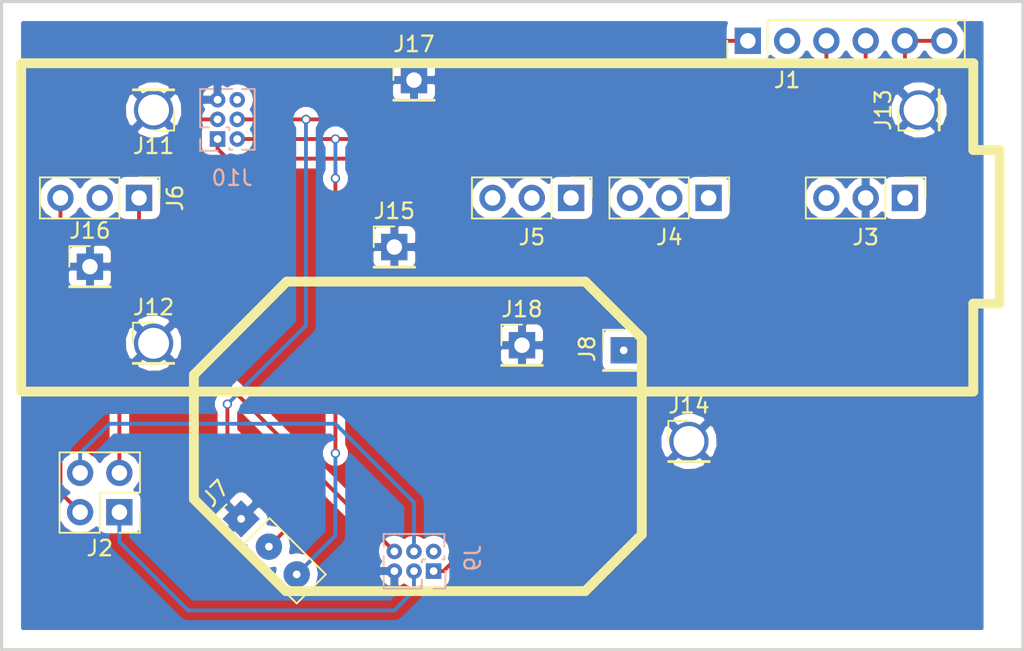
<source format=kicad_pcb>
(kicad_pcb (version 4) (host pcbnew 4.0.7)

  (general
    (links 24)
    (no_connects 0)
    (area 25.299999 25.299999 91.540001 67.410001)
    (thickness 1.6)
    (drawings 20)
    (tracks 60)
    (zones 0)
    (modules 18)
    (nets 23)
  )

  (page A4)
  (layers
    (0 F.Cu signal)
    (31 B.Cu signal)
    (32 B.Adhes user)
    (33 F.Adhes user)
    (34 B.Paste user)
    (35 F.Paste user)
    (36 B.SilkS user)
    (37 F.SilkS user)
    (38 B.Mask user)
    (39 F.Mask user)
    (40 Dwgs.User user)
    (41 Cmts.User user)
    (42 Eco1.User user)
    (43 Eco2.User user)
    (44 Edge.Cuts user)
    (45 Margin user)
    (46 B.CrtYd user)
    (47 F.CrtYd user)
    (48 B.Fab user)
    (49 F.Fab user)
  )

  (setup
    (last_trace_width 0.25)
    (trace_clearance 0.2)
    (zone_clearance 0.508)
    (zone_45_only no)
    (trace_min 0.2)
    (segment_width 0.2)
    (edge_width 0.2)
    (via_size 0.6)
    (via_drill 0.4)
    (via_min_size 0.4)
    (via_min_drill 0.3)
    (uvia_size 0.3)
    (uvia_drill 0.1)
    (uvias_allowed no)
    (uvia_min_size 0.2)
    (uvia_min_drill 0.1)
    (pcb_text_width 0.3)
    (pcb_text_size 1.5 1.5)
    (mod_edge_width 0.15)
    (mod_text_size 1 1)
    (mod_text_width 0.15)
    (pad_size 2.54 2.54)
    (pad_drill 2)
    (pad_to_mask_clearance 0.2)
    (aux_axis_origin 0 0)
    (visible_elements FFFFFF7F)
    (pcbplotparams
      (layerselection 0x010f0_80000001)
      (usegerberextensions false)
      (excludeedgelayer true)
      (linewidth 0.100000)
      (plotframeref false)
      (viasonmask false)
      (mode 1)
      (useauxorigin false)
      (hpglpennumber 1)
      (hpglpenspeed 20)
      (hpglpendiameter 15)
      (hpglpenoverlay 2)
      (psnegative false)
      (psa4output false)
      (plotreference true)
      (plotvalue true)
      (plotinvisibletext false)
      (padsonsilk false)
      (subtractmaskfromsilk false)
      (outputformat 1)
      (mirror false)
      (drillshape 0)
      (scaleselection 1)
      (outputdirectory gerbers/))
  )

  (net 0 "")
  (net 1 /RESET)
  (net 2 "Net-(J1-Pad2)")
  (net 3 /SWCLK)
  (net 4 /SWDIO)
  (net 5 VCC)
  (net 6 /RXD)
  (net 7 "Net-(J2-Pad2)")
  (net 8 "Net-(J2-Pad3)")
  (net 9 /TXD)
  (net 10 "Net-(J3-Pad1)")
  (net 11 GND)
  (net 12 "Net-(J3-Pad3)")
  (net 13 "Net-(J4-Pad1)")
  (net 14 "Net-(J4-Pad2)")
  (net 15 "Net-(J4-Pad3)")
  (net 16 "Net-(J5-Pad1)")
  (net 17 "Net-(J5-Pad2)")
  (net 18 "Net-(J5-Pad3)")
  (net 19 "Net-(J6-Pad2)")
  (net 20 "Net-(J8-Pad1)")
  (net 21 "Net-(J9-Pad2)")
  (net 22 "Net-(J10-Pad6)")

  (net_class Default "This is the default net class."
    (clearance 0.2)
    (trace_width 0.25)
    (via_dia 0.6)
    (via_drill 0.4)
    (uvia_dia 0.3)
    (uvia_drill 0.1)
    (add_net /RESET)
    (add_net /RXD)
    (add_net /SWCLK)
    (add_net /SWDIO)
    (add_net /TXD)
    (add_net GND)
    (add_net "Net-(J1-Pad2)")
    (add_net "Net-(J10-Pad6)")
    (add_net "Net-(J2-Pad2)")
    (add_net "Net-(J2-Pad3)")
    (add_net "Net-(J3-Pad1)")
    (add_net "Net-(J3-Pad3)")
    (add_net "Net-(J4-Pad1)")
    (add_net "Net-(J4-Pad2)")
    (add_net "Net-(J4-Pad3)")
    (add_net "Net-(J5-Pad1)")
    (add_net "Net-(J5-Pad2)")
    (add_net "Net-(J5-Pad3)")
    (add_net "Net-(J6-Pad2)")
    (add_net "Net-(J8-Pad1)")
    (add_net "Net-(J9-Pad2)")
    (add_net VCC)
  )

  (module Pin_Headers:Pin_Header_Straight_2x02_Pitch2.54mm (layer F.Cu) (tedit 59650532) (tstamp 5A08EAE1)
    (at 33.02 58.42 180)
    (descr "Through hole straight pin header, 2x02, 2.54mm pitch, double rows")
    (tags "Through hole pin header THT 2x02 2.54mm double row")
    (path /5A08E8AF)
    (fp_text reference J2 (at 1.27 -2.33 180) (layer F.SilkS)
      (effects (font (size 1 1) (thickness 0.15)))
    )
    (fp_text value SERSEL (at 1.27 4.87 180) (layer F.Fab)
      (effects (font (size 1 1) (thickness 0.15)))
    )
    (fp_line (start 0 -1.27) (end 3.81 -1.27) (layer F.Fab) (width 0.1))
    (fp_line (start 3.81 -1.27) (end 3.81 3.81) (layer F.Fab) (width 0.1))
    (fp_line (start 3.81 3.81) (end -1.27 3.81) (layer F.Fab) (width 0.1))
    (fp_line (start -1.27 3.81) (end -1.27 0) (layer F.Fab) (width 0.1))
    (fp_line (start -1.27 0) (end 0 -1.27) (layer F.Fab) (width 0.1))
    (fp_line (start -1.33 3.87) (end 3.87 3.87) (layer F.SilkS) (width 0.12))
    (fp_line (start -1.33 1.27) (end -1.33 3.87) (layer F.SilkS) (width 0.12))
    (fp_line (start 3.87 -1.33) (end 3.87 3.87) (layer F.SilkS) (width 0.12))
    (fp_line (start -1.33 1.27) (end 1.27 1.27) (layer F.SilkS) (width 0.12))
    (fp_line (start 1.27 1.27) (end 1.27 -1.33) (layer F.SilkS) (width 0.12))
    (fp_line (start 1.27 -1.33) (end 3.87 -1.33) (layer F.SilkS) (width 0.12))
    (fp_line (start -1.33 0) (end -1.33 -1.33) (layer F.SilkS) (width 0.12))
    (fp_line (start -1.33 -1.33) (end 0 -1.33) (layer F.SilkS) (width 0.12))
    (fp_line (start -1.8 -1.8) (end -1.8 4.35) (layer F.CrtYd) (width 0.05))
    (fp_line (start -1.8 4.35) (end 4.35 4.35) (layer F.CrtYd) (width 0.05))
    (fp_line (start 4.35 4.35) (end 4.35 -1.8) (layer F.CrtYd) (width 0.05))
    (fp_line (start 4.35 -1.8) (end -1.8 -1.8) (layer F.CrtYd) (width 0.05))
    (fp_text user %R (at 1.27 1.27 270) (layer F.Fab)
      (effects (font (size 1 1) (thickness 0.15)))
    )
    (pad 1 thru_hole rect (at 0 0 180) (size 1.7 1.7) (drill 1) (layers *.Cu *.Mask)
      (net 6 /RXD))
    (pad 2 thru_hole oval (at 2.54 0 180) (size 1.7 1.7) (drill 1) (layers *.Cu *.Mask)
      (net 7 "Net-(J2-Pad2)"))
    (pad 3 thru_hole oval (at 0 2.54 180) (size 1.7 1.7) (drill 1) (layers *.Cu *.Mask)
      (net 8 "Net-(J2-Pad3)"))
    (pad 4 thru_hole oval (at 2.54 2.54 180) (size 1.7 1.7) (drill 1) (layers *.Cu *.Mask)
      (net 9 /TXD))
    (model ${KISYS3DMOD}/Pin_Headers.3dshapes/Pin_Header_Straight_2x02_Pitch2.54mm.wrl
      (at (xyz 0 0 0))
      (scale (xyz 1 1 1))
      (rotate (xyz 0 0 0))
    )
  )

  (module Pin_Headers:Pin_Header_Straight_1x03_Pitch2.54mm (layer F.Cu) (tedit 5A092FFA) (tstamp 5A08EAF8)
    (at 83.82 38.1 270)
    (descr "Through hole straight pin header, 1x03, 2.54mm pitch, single row")
    (tags "Through hole pin header THT 1x03 2.54mm single row")
    (path /5A05FA18)
    (fp_text reference J3 (at 2.54 2.54 360) (layer F.SilkS)
      (effects (font (size 1 1) (thickness 0.15)))
    )
    (fp_text value GND (at -2.54 2.54 360) (layer F.Fab)
      (effects (font (size 1 1) (thickness 0.15)))
    )
    (fp_line (start -0.635 -1.27) (end 1.27 -1.27) (layer F.Fab) (width 0.1))
    (fp_line (start 1.27 -1.27) (end 1.27 6.35) (layer F.Fab) (width 0.1))
    (fp_line (start 1.27 6.35) (end -1.27 6.35) (layer F.Fab) (width 0.1))
    (fp_line (start -1.27 6.35) (end -1.27 -0.635) (layer F.Fab) (width 0.1))
    (fp_line (start -1.27 -0.635) (end -0.635 -1.27) (layer F.Fab) (width 0.1))
    (fp_line (start -1.33 6.41) (end 1.33 6.41) (layer F.SilkS) (width 0.12))
    (fp_line (start -1.33 1.27) (end -1.33 6.41) (layer F.SilkS) (width 0.12))
    (fp_line (start 1.33 1.27) (end 1.33 6.41) (layer F.SilkS) (width 0.12))
    (fp_line (start -1.33 1.27) (end 1.33 1.27) (layer F.SilkS) (width 0.12))
    (fp_line (start -1.33 0) (end -1.33 -1.33) (layer F.SilkS) (width 0.12))
    (fp_line (start -1.33 -1.33) (end 0 -1.33) (layer F.SilkS) (width 0.12))
    (fp_line (start -1.8 -1.8) (end -1.8 6.85) (layer F.CrtYd) (width 0.05))
    (fp_line (start -1.8 6.85) (end 1.8 6.85) (layer F.CrtYd) (width 0.05))
    (fp_line (start 1.8 6.85) (end 1.8 -1.8) (layer F.CrtYd) (width 0.05))
    (fp_line (start 1.8 -1.8) (end -1.8 -1.8) (layer F.CrtYd) (width 0.05))
    (fp_text user %R (at 0 2.54 360) (layer F.Fab)
      (effects (font (size 1 1) (thickness 0.15)))
    )
    (pad 1 thru_hole rect (at 0 0 270) (size 1.7 1.7) (drill 1) (layers *.Cu *.Mask)
      (net 10 "Net-(J3-Pad1)"))
    (pad 2 thru_hole oval (at 0 2.54 270) (size 1.7 1.7) (drill 1) (layers *.Cu *.Mask)
      (net 11 GND))
    (pad 3 thru_hole oval (at 0 5.08 270) (size 1.7 1.7) (drill 1) (layers *.Cu *.Mask)
      (net 12 "Net-(J3-Pad3)"))
    (model ${KISYS3DMOD}/Pin_Headers.3dshapes/Pin_Header_Straight_1x03_Pitch2.54mm.wrl
      (at (xyz 0 0 0))
      (scale (xyz 1 1 1))
      (rotate (xyz 0 0 0))
    )
  )

  (module Pin_Headers:Pin_Header_Straight_1x03_Pitch2.54mm (layer F.Cu) (tedit 5A092FFE) (tstamp 5A08EB0F)
    (at 71.12 38.1 270)
    (descr "Through hole straight pin header, 1x03, 2.54mm pitch, single row")
    (tags "Through hole pin header THT 1x03 2.54mm single row")
    (path /5A08DF2F)
    (fp_text reference J4 (at 2.54 2.54 360) (layer F.SilkS)
      (effects (font (size 1 1) (thickness 0.15)))
    )
    (fp_text value Marker (at -2.54 2.54 360) (layer F.Fab)
      (effects (font (size 1 1) (thickness 0.15)))
    )
    (fp_line (start -0.635 -1.27) (end 1.27 -1.27) (layer F.Fab) (width 0.1))
    (fp_line (start 1.27 -1.27) (end 1.27 6.35) (layer F.Fab) (width 0.1))
    (fp_line (start 1.27 6.35) (end -1.27 6.35) (layer F.Fab) (width 0.1))
    (fp_line (start -1.27 6.35) (end -1.27 -0.635) (layer F.Fab) (width 0.1))
    (fp_line (start -1.27 -0.635) (end -0.635 -1.27) (layer F.Fab) (width 0.1))
    (fp_line (start -1.33 6.41) (end 1.33 6.41) (layer F.SilkS) (width 0.12))
    (fp_line (start -1.33 1.27) (end -1.33 6.41) (layer F.SilkS) (width 0.12))
    (fp_line (start 1.33 1.27) (end 1.33 6.41) (layer F.SilkS) (width 0.12))
    (fp_line (start -1.33 1.27) (end 1.33 1.27) (layer F.SilkS) (width 0.12))
    (fp_line (start -1.33 0) (end -1.33 -1.33) (layer F.SilkS) (width 0.12))
    (fp_line (start -1.33 -1.33) (end 0 -1.33) (layer F.SilkS) (width 0.12))
    (fp_line (start -1.8 -1.8) (end -1.8 6.85) (layer F.CrtYd) (width 0.05))
    (fp_line (start -1.8 6.85) (end 1.8 6.85) (layer F.CrtYd) (width 0.05))
    (fp_line (start 1.8 6.85) (end 1.8 -1.8) (layer F.CrtYd) (width 0.05))
    (fp_line (start 1.8 -1.8) (end -1.8 -1.8) (layer F.CrtYd) (width 0.05))
    (fp_text user %R (at 0 2.54 360) (layer F.Fab)
      (effects (font (size 1 1) (thickness 0.15)))
    )
    (pad 1 thru_hole rect (at 0 0 270) (size 1.7 1.7) (drill 1) (layers *.Cu *.Mask)
      (net 13 "Net-(J4-Pad1)"))
    (pad 2 thru_hole oval (at 0 2.54 270) (size 1.7 1.7) (drill 1) (layers *.Cu *.Mask)
      (net 14 "Net-(J4-Pad2)"))
    (pad 3 thru_hole oval (at 0 5.08 270) (size 1.7 1.7) (drill 1) (layers *.Cu *.Mask)
      (net 15 "Net-(J4-Pad3)"))
    (model ${KISYS3DMOD}/Pin_Headers.3dshapes/Pin_Header_Straight_1x03_Pitch2.54mm.wrl
      (at (xyz 0 0 0))
      (scale (xyz 1 1 1))
      (rotate (xyz 0 0 0))
    )
  )

  (module Pin_Headers:Pin_Header_Straight_1x03_Pitch2.54mm (layer F.Cu) (tedit 5A093002) (tstamp 5A08EB26)
    (at 62.23 38.1 270)
    (descr "Through hole straight pin header, 1x03, 2.54mm pitch, single row")
    (tags "Through hole pin header THT 1x03 2.54mm single row")
    (path /5A08DF8E)
    (fp_text reference J5 (at 2.54 2.54 360) (layer F.SilkS)
      (effects (font (size 1 1) (thickness 0.15)))
    )
    (fp_text value Marker (at -2.54 2.54 360) (layer F.Fab)
      (effects (font (size 1 1) (thickness 0.15)))
    )
    (fp_line (start -0.635 -1.27) (end 1.27 -1.27) (layer F.Fab) (width 0.1))
    (fp_line (start 1.27 -1.27) (end 1.27 6.35) (layer F.Fab) (width 0.1))
    (fp_line (start 1.27 6.35) (end -1.27 6.35) (layer F.Fab) (width 0.1))
    (fp_line (start -1.27 6.35) (end -1.27 -0.635) (layer F.Fab) (width 0.1))
    (fp_line (start -1.27 -0.635) (end -0.635 -1.27) (layer F.Fab) (width 0.1))
    (fp_line (start -1.33 6.41) (end 1.33 6.41) (layer F.SilkS) (width 0.12))
    (fp_line (start -1.33 1.27) (end -1.33 6.41) (layer F.SilkS) (width 0.12))
    (fp_line (start 1.33 1.27) (end 1.33 6.41) (layer F.SilkS) (width 0.12))
    (fp_line (start -1.33 1.27) (end 1.33 1.27) (layer F.SilkS) (width 0.12))
    (fp_line (start -1.33 0) (end -1.33 -1.33) (layer F.SilkS) (width 0.12))
    (fp_line (start -1.33 -1.33) (end 0 -1.33) (layer F.SilkS) (width 0.12))
    (fp_line (start -1.8 -1.8) (end -1.8 6.85) (layer F.CrtYd) (width 0.05))
    (fp_line (start -1.8 6.85) (end 1.8 6.85) (layer F.CrtYd) (width 0.05))
    (fp_line (start 1.8 6.85) (end 1.8 -1.8) (layer F.CrtYd) (width 0.05))
    (fp_line (start 1.8 -1.8) (end -1.8 -1.8) (layer F.CrtYd) (width 0.05))
    (fp_text user %R (at 0 2.54 360) (layer F.Fab)
      (effects (font (size 1 1) (thickness 0.15)))
    )
    (pad 1 thru_hole rect (at 0 0 270) (size 1.7 1.7) (drill 1) (layers *.Cu *.Mask)
      (net 16 "Net-(J5-Pad1)"))
    (pad 2 thru_hole oval (at 0 2.54 270) (size 1.7 1.7) (drill 1) (layers *.Cu *.Mask)
      (net 17 "Net-(J5-Pad2)"))
    (pad 3 thru_hole oval (at 0 5.08 270) (size 1.7 1.7) (drill 1) (layers *.Cu *.Mask)
      (net 18 "Net-(J5-Pad3)"))
    (model ${KISYS3DMOD}/Pin_Headers.3dshapes/Pin_Header_Straight_1x03_Pitch2.54mm.wrl
      (at (xyz 0 0 0))
      (scale (xyz 1 1 1))
      (rotate (xyz 0 0 0))
    )
  )

  (module Pin_Headers:Pin_Header_Straight_1x03_Pitch2.54mm (layer F.Cu) (tedit 5A09301A) (tstamp 5A08EB3D)
    (at 34.29 38.1 270)
    (descr "Through hole straight pin header, 1x03, 2.54mm pitch, single row")
    (tags "Through hole pin header THT 1x03 2.54mm single row")
    (path /5A08DFDE)
    (fp_text reference J6 (at 0 -2.33 270) (layer F.SilkS)
      (effects (font (size 1 1) (thickness 0.15)))
    )
    (fp_text value Serial (at -2.54 2.54 360) (layer F.Fab)
      (effects (font (size 1 1) (thickness 0.15)))
    )
    (fp_line (start -0.635 -1.27) (end 1.27 -1.27) (layer F.Fab) (width 0.1))
    (fp_line (start 1.27 -1.27) (end 1.27 6.35) (layer F.Fab) (width 0.1))
    (fp_line (start 1.27 6.35) (end -1.27 6.35) (layer F.Fab) (width 0.1))
    (fp_line (start -1.27 6.35) (end -1.27 -0.635) (layer F.Fab) (width 0.1))
    (fp_line (start -1.27 -0.635) (end -0.635 -1.27) (layer F.Fab) (width 0.1))
    (fp_line (start -1.33 6.41) (end 1.33 6.41) (layer F.SilkS) (width 0.12))
    (fp_line (start -1.33 1.27) (end -1.33 6.41) (layer F.SilkS) (width 0.12))
    (fp_line (start 1.33 1.27) (end 1.33 6.41) (layer F.SilkS) (width 0.12))
    (fp_line (start -1.33 1.27) (end 1.33 1.27) (layer F.SilkS) (width 0.12))
    (fp_line (start -1.33 0) (end -1.33 -1.33) (layer F.SilkS) (width 0.12))
    (fp_line (start -1.33 -1.33) (end 0 -1.33) (layer F.SilkS) (width 0.12))
    (fp_line (start -1.8 -1.8) (end -1.8 6.85) (layer F.CrtYd) (width 0.05))
    (fp_line (start -1.8 6.85) (end 1.8 6.85) (layer F.CrtYd) (width 0.05))
    (fp_line (start 1.8 6.85) (end 1.8 -1.8) (layer F.CrtYd) (width 0.05))
    (fp_line (start 1.8 -1.8) (end -1.8 -1.8) (layer F.CrtYd) (width 0.05))
    (fp_text user %R (at 0 2.54 360) (layer F.Fab)
      (effects (font (size 1 1) (thickness 0.15)))
    )
    (pad 1 thru_hole rect (at 0 0 270) (size 1.7 1.7) (drill 1) (layers *.Cu *.Mask)
      (net 8 "Net-(J2-Pad3)"))
    (pad 2 thru_hole oval (at 0 2.54 270) (size 1.7 1.7) (drill 1) (layers *.Cu *.Mask)
      (net 19 "Net-(J6-Pad2)"))
    (pad 3 thru_hole oval (at 0 5.08 270) (size 1.7 1.7) (drill 1) (layers *.Cu *.Mask)
      (net 7 "Net-(J2-Pad2)"))
    (model ${KISYS3DMOD}/Pin_Headers.3dshapes/Pin_Header_Straight_1x03_Pitch2.54mm.wrl
      (at (xyz 0 0 0))
      (scale (xyz 1 1 1))
      (rotate (xyz 0 0 0))
    )
  )

  (module Pin_Headers:Pin_Header_Straight_1x03_Pitch2.54mm (layer F.Cu) (tedit 5A0931C3) (tstamp 5A08EB54)
    (at 40.894 58.8518 45)
    (descr "Through hole straight pin header, 1x03, 2.54mm pitch, single row")
    (tags "Through hole pin header THT 1x03 2.54mm single row")
    (path /5A053B98)
    (fp_text reference J7 (at 0 -2.33 45) (layer F.SilkS)
      (effects (font (size 1 1) (thickness 0.15)))
    )
    (fp_text value SHOE_SWD (at 2.370788 2.658156 135) (layer F.Fab)
      (effects (font (size 1 1) (thickness 0.15)))
    )
    (fp_line (start -0.635 -1.27) (end 1.27 -1.27) (layer F.Fab) (width 0.1))
    (fp_line (start 1.27 -1.27) (end 1.27 6.35) (layer F.Fab) (width 0.1))
    (fp_line (start 1.27 6.35) (end -1.27 6.35) (layer F.Fab) (width 0.1))
    (fp_line (start -1.27 6.35) (end -1.27 -0.635) (layer F.Fab) (width 0.1))
    (fp_line (start -1.27 -0.635) (end -0.635 -1.27) (layer F.Fab) (width 0.1))
    (fp_line (start -1.33 6.41) (end 1.33 6.41) (layer F.SilkS) (width 0.12))
    (fp_line (start -1.33 1.27) (end -1.33 6.41) (layer F.SilkS) (width 0.12))
    (fp_line (start 1.33 1.27) (end 1.33 6.41) (layer F.SilkS) (width 0.12))
    (fp_line (start -1.33 1.27) (end 1.33 1.27) (layer F.SilkS) (width 0.12))
    (fp_line (start -1.33 0) (end -1.33 -1.33) (layer F.SilkS) (width 0.12))
    (fp_line (start -1.33 -1.33) (end 0 -1.33) (layer F.SilkS) (width 0.12))
    (fp_line (start -1.8 -1.8) (end -1.8 6.85) (layer F.CrtYd) (width 0.05))
    (fp_line (start -1.8 6.85) (end 1.8 6.85) (layer F.CrtYd) (width 0.05))
    (fp_line (start 1.8 6.85) (end 1.8 -1.8) (layer F.CrtYd) (width 0.05))
    (fp_line (start 1.8 -1.8) (end -1.8 -1.8) (layer F.CrtYd) (width 0.05))
    (fp_text user %R (at 3.681905 1.885854 135) (layer F.Fab)
      (effects (font (size 1 1) (thickness 0.15)))
    )
    (pad 1 thru_hole rect (at 0 0 45) (size 1.7 1.7) (drill 0.5) (layers *.Cu *.Mask)
      (net 11 GND))
    (pad 2 thru_hole oval (at 0 2.54 45) (size 1.7 1.7) (drill 0.5) (layers *.Cu *.Mask)
      (net 3 /SWCLK))
    (pad 3 thru_hole oval (at 0 5.079999 45) (size 1.7 1.7) (drill 0.5) (layers *.Cu *.Mask)
      (net 4 /SWDIO))
    (model ${KISYS3DMOD}/Pin_Headers.3dshapes/Pin_Header_Straight_1x03_Pitch2.54mm.wrl
      (at (xyz 0 0 0))
      (scale (xyz 1 1 1))
      (rotate (xyz 0 0 0))
    )
  )

  (module Pin_Headers:Pin_Header_Straight_1x01_Pitch2.54mm (layer F.Cu) (tedit 5A09300B) (tstamp 5A08EB69)
    (at 65.6336 47.9552)
    (descr "Through hole straight pin header, 1x01, 2.54mm pitch, single row")
    (tags "Through hole pin header THT 1x01 2.54mm single row")
    (path /5A07CC12)
    (fp_text reference J8 (at -2.3622 -0.1016 90) (layer F.SilkS)
      (effects (font (size 1 1) (thickness 0.15)))
    )
    (fp_text value SHOE_P0.20 (at 6.7564 0.3048 180) (layer F.Fab)
      (effects (font (size 1 1) (thickness 0.15)))
    )
    (fp_line (start -0.635 -1.27) (end 1.27 -1.27) (layer F.Fab) (width 0.1))
    (fp_line (start 1.27 -1.27) (end 1.27 1.27) (layer F.Fab) (width 0.1))
    (fp_line (start 1.27 1.27) (end -1.27 1.27) (layer F.Fab) (width 0.1))
    (fp_line (start -1.27 1.27) (end -1.27 -0.635) (layer F.Fab) (width 0.1))
    (fp_line (start -1.27 -0.635) (end -0.635 -1.27) (layer F.Fab) (width 0.1))
    (fp_line (start -1.33 1.33) (end 1.33 1.33) (layer F.SilkS) (width 0.12))
    (fp_line (start -1.33 1.27) (end -1.33 1.33) (layer F.SilkS) (width 0.12))
    (fp_line (start 1.33 1.27) (end 1.33 1.33) (layer F.SilkS) (width 0.12))
    (fp_line (start -1.33 1.27) (end 1.33 1.27) (layer F.SilkS) (width 0.12))
    (fp_line (start -1.33 0) (end -1.33 -1.33) (layer F.SilkS) (width 0.12))
    (fp_line (start -1.33 -1.33) (end 0 -1.33) (layer F.SilkS) (width 0.12))
    (fp_line (start -1.8 -1.8) (end -1.8 1.8) (layer F.CrtYd) (width 0.05))
    (fp_line (start -1.8 1.8) (end 1.8 1.8) (layer F.CrtYd) (width 0.05))
    (fp_line (start 1.8 1.8) (end 1.8 -1.8) (layer F.CrtYd) (width 0.05))
    (fp_line (start 1.8 -1.8) (end -1.8 -1.8) (layer F.CrtYd) (width 0.05))
    (fp_text user %R (at 0 0 90) (layer F.Fab)
      (effects (font (size 1 1) (thickness 0.15)))
    )
    (pad 1 thru_hole rect (at 0 0) (size 1.7 1.7) (drill 0.5) (layers *.Cu *.Mask)
      (net 20 "Net-(J8-Pad1)"))
    (model ${KISYS3DMOD}/Pin_Headers.3dshapes/Pin_Header_Straight_1x01_Pitch2.54mm.wrl
      (at (xyz 0 0 0))
      (scale (xyz 1 1 1))
      (rotate (xyz 0 0 0))
    )
  )

  (module Pin_Headers:Pin_Header_Straight_2x03_Pitch1.27mm (layer B.Cu) (tedit 5A09EDA2) (tstamp 5A08EB8A)
    (at 53.34 62.23 90)
    (descr "Through hole straight pin header, 2x03, 1.27mm pitch, double rows")
    (tags "Through hole pin header THT 2x03 1.27mm double row")
    (path /5A05FB03)
    (fp_text reference J9 (at 0.8382 2.54 90) (layer B.SilkS)
      (effects (font (size 1 1) (thickness 0.15)) (justify mirror))
    )
    (fp_text value SHOE_SERIAL (at 3.81 -1.27 360) (layer B.Fab)
      (effects (font (size 1 1) (thickness 0.15)) (justify mirror))
    )
    (fp_line (start -0.2175 0.635) (end 2.34 0.635) (layer B.Fab) (width 0.1))
    (fp_line (start 2.34 0.635) (end 2.34 -3.175) (layer B.Fab) (width 0.1))
    (fp_line (start 2.34 -3.175) (end -1.07 -3.175) (layer B.Fab) (width 0.1))
    (fp_line (start -1.07 -3.175) (end -1.07 -0.2175) (layer B.Fab) (width 0.1))
    (fp_line (start -1.07 -0.2175) (end -0.2175 0.635) (layer B.Fab) (width 0.1))
    (fp_line (start -1.13 -3.235) (end -0.30753 -3.235) (layer B.SilkS) (width 0.12))
    (fp_line (start 1.57753 -3.235) (end 2.4 -3.235) (layer B.SilkS) (width 0.12))
    (fp_line (start 0.30753 -3.235) (end 0.96247 -3.235) (layer B.SilkS) (width 0.12))
    (fp_line (start -1.13 -0.76) (end -1.13 -3.235) (layer B.SilkS) (width 0.12))
    (fp_line (start 2.4 0.695) (end 2.4 -3.235) (layer B.SilkS) (width 0.12))
    (fp_line (start -1.13 -0.76) (end -0.563471 -0.76) (layer B.SilkS) (width 0.12))
    (fp_line (start 0.563471 -0.76) (end 0.706529 -0.76) (layer B.SilkS) (width 0.12))
    (fp_line (start 0.76 -0.706529) (end 0.76 -0.563471) (layer B.SilkS) (width 0.12))
    (fp_line (start 0.76 0.563471) (end 0.76 0.695) (layer B.SilkS) (width 0.12))
    (fp_line (start 0.76 0.695) (end 0.96247 0.695) (layer B.SilkS) (width 0.12))
    (fp_line (start 1.57753 0.695) (end 2.4 0.695) (layer B.SilkS) (width 0.12))
    (fp_line (start -1.13 0) (end -1.13 0.76) (layer B.SilkS) (width 0.12))
    (fp_line (start -1.13 0.76) (end 0 0.76) (layer B.SilkS) (width 0.12))
    (fp_line (start -1.6 1.15) (end -1.6 -3.7) (layer B.CrtYd) (width 0.05))
    (fp_line (start -1.6 -3.7) (end 2.85 -3.7) (layer B.CrtYd) (width 0.05))
    (fp_line (start 2.85 -3.7) (end 2.85 1.15) (layer B.CrtYd) (width 0.05))
    (fp_line (start 2.85 1.15) (end -1.6 1.15) (layer B.CrtYd) (width 0.05))
    (fp_text user %R (at 5.08 -0.635 360) (layer B.Fab)
      (effects (font (size 1 1) (thickness 0.15)) (justify mirror))
    )
    (pad 1 thru_hole rect (at 0 0 90) (size 1 1) (drill 0.5) (layers *.Cu *.Mask)
      (net 5 VCC))
    (pad 2 thru_hole oval (at 1.27 0 90) (size 1 1) (drill 0.5) (layers *.Cu *.Mask)
      (net 21 "Net-(J9-Pad2)"))
    (pad 3 thru_hole oval (at 0 -1.27 90) (size 1 1) (drill 0.5) (layers *.Cu *.Mask)
      (net 6 /RXD))
    (pad 4 thru_hole oval (at 1.27 -1.27 90) (size 1 1) (drill 0.5) (layers *.Cu *.Mask)
      (net 9 /TXD))
    (pad 5 thru_hole oval (at 0 -2.54 90) (size 1 1) (drill 0.5) (layers *.Cu *.Mask)
      (net 11 GND))
    (pad 6 thru_hole oval (at 1.27 -2.54 90) (size 1 1) (drill 0.5) (layers *.Cu *.Mask)
      (net 1 /RESET))
    (model ${KISYS3DMOD}/Pin_Headers.3dshapes/Pin_Header_Straight_2x03_Pitch1.27mm.wrl
      (at (xyz 0 0 0))
      (scale (xyz 1 1 1))
      (rotate (xyz 0 0 0))
    )
  )

  (module Pin_Headers:Pin_Header_Straight_2x03_Pitch1.27mm (layer B.Cu) (tedit 5A08F720) (tstamp 5A08EBAB)
    (at 39.37 34.29)
    (descr "Through hole straight pin header, 2x03, 1.27mm pitch, double rows")
    (tags "Through hole pin header THT 2x03 1.27mm double row")
    (path /5A07BED4)
    (fp_text reference J10 (at 0.9398 2.5146) (layer B.SilkS)
      (effects (font (size 1 1) (thickness 0.15)) (justify mirror))
    )
    (fp_text value AREA_SWD (at -2.3114 -0.381 270) (layer B.Fab)
      (effects (font (size 1 1) (thickness 0.15)) (justify mirror))
    )
    (fp_line (start -0.2175 0.635) (end 2.34 0.635) (layer B.Fab) (width 0.1))
    (fp_line (start 2.34 0.635) (end 2.34 -3.175) (layer B.Fab) (width 0.1))
    (fp_line (start 2.34 -3.175) (end -1.07 -3.175) (layer B.Fab) (width 0.1))
    (fp_line (start -1.07 -3.175) (end -1.07 -0.2175) (layer B.Fab) (width 0.1))
    (fp_line (start -1.07 -0.2175) (end -0.2175 0.635) (layer B.Fab) (width 0.1))
    (fp_line (start -1.13 -3.235) (end -0.30753 -3.235) (layer B.SilkS) (width 0.12))
    (fp_line (start 1.57753 -3.235) (end 2.4 -3.235) (layer B.SilkS) (width 0.12))
    (fp_line (start 0.30753 -3.235) (end 0.96247 -3.235) (layer B.SilkS) (width 0.12))
    (fp_line (start -1.13 -0.76) (end -1.13 -3.235) (layer B.SilkS) (width 0.12))
    (fp_line (start 2.4 0.695) (end 2.4 -3.235) (layer B.SilkS) (width 0.12))
    (fp_line (start -1.13 -0.76) (end -0.563471 -0.76) (layer B.SilkS) (width 0.12))
    (fp_line (start 0.563471 -0.76) (end 0.706529 -0.76) (layer B.SilkS) (width 0.12))
    (fp_line (start 0.76 -0.706529) (end 0.76 -0.563471) (layer B.SilkS) (width 0.12))
    (fp_line (start 0.76 0.563471) (end 0.76 0.695) (layer B.SilkS) (width 0.12))
    (fp_line (start 0.76 0.695) (end 0.96247 0.695) (layer B.SilkS) (width 0.12))
    (fp_line (start 1.57753 0.695) (end 2.4 0.695) (layer B.SilkS) (width 0.12))
    (fp_line (start -1.13 0) (end -1.13 0.76) (layer B.SilkS) (width 0.12))
    (fp_line (start -1.13 0.76) (end 0 0.76) (layer B.SilkS) (width 0.12))
    (fp_line (start -1.6 1.15) (end -1.6 -3.7) (layer B.CrtYd) (width 0.05))
    (fp_line (start -1.6 -3.7) (end 2.85 -3.7) (layer B.CrtYd) (width 0.05))
    (fp_line (start 2.85 -3.7) (end 2.85 1.15) (layer B.CrtYd) (width 0.05))
    (fp_line (start 2.85 1.15) (end -1.6 1.15) (layer B.CrtYd) (width 0.05))
    (fp_text user %R (at 3.429 -1.5494 270) (layer B.Fab)
      (effects (font (size 1 1) (thickness 0.15)) (justify mirror))
    )
    (pad 1 thru_hole rect (at 0 0) (size 1 1) (drill 0.5) (layers *.Cu *.Mask)
      (net 5 VCC))
    (pad 2 thru_hole oval (at 1.27 0) (size 1 1) (drill 0.5) (layers *.Cu *.Mask)
      (net 4 /SWDIO))
    (pad 3 thru_hole oval (at 0 -1.27) (size 1 1) (drill 0.5) (layers *.Cu *.Mask)
      (net 1 /RESET))
    (pad 4 thru_hole oval (at 1.27 -1.27) (size 1 1) (drill 0.5) (layers *.Cu *.Mask)
      (net 3 /SWCLK))
    (pad 5 thru_hole oval (at 0 -2.54) (size 1 1) (drill 0.5) (layers *.Cu *.Mask)
      (net 11 GND))
    (pad 6 thru_hole oval (at 1.27 -2.54) (size 1 1) (drill 0.5) (layers *.Cu *.Mask)
      (net 22 "Net-(J10-Pad6)"))
    (model ${KISYS3DMOD}/Pin_Headers.3dshapes/Pin_Header_Straight_2x03_Pitch1.27mm.wrl
      (at (xyz 0 0 0))
      (scale (xyz 1 1 1))
      (rotate (xyz 0 0 0))
    )
  )

  (module Socket_Strips:Socket_Strip_Straight_1x06_Pitch2.54mm (layer F.Cu) (tedit 5A092FEB) (tstamp 5A08F9E8)
    (at 73.66 27.94 90)
    (descr "Through hole straight socket strip, 1x06, 2.54mm pitch, single row")
    (tags "Through hole socket strip THT 1x06 2.54mm single row")
    (path /5A08E2C5)
    (fp_text reference J1 (at -2.54 2.54 180) (layer F.SilkS)
      (effects (font (size 1 1) (thickness 0.15)))
    )
    (fp_text value SWD (at -2.54 5.08 180) (layer F.Fab)
      (effects (font (size 1 1) (thickness 0.15)))
    )
    (fp_line (start -1.27 -1.27) (end -1.27 13.97) (layer F.Fab) (width 0.1))
    (fp_line (start -1.27 13.97) (end 1.27 13.97) (layer F.Fab) (width 0.1))
    (fp_line (start 1.27 13.97) (end 1.27 -1.27) (layer F.Fab) (width 0.1))
    (fp_line (start 1.27 -1.27) (end -1.27 -1.27) (layer F.Fab) (width 0.1))
    (fp_line (start -1.33 1.27) (end -1.33 14.03) (layer F.SilkS) (width 0.12))
    (fp_line (start -1.33 14.03) (end 1.33 14.03) (layer F.SilkS) (width 0.12))
    (fp_line (start 1.33 14.03) (end 1.33 1.27) (layer F.SilkS) (width 0.12))
    (fp_line (start 1.33 1.27) (end -1.33 1.27) (layer F.SilkS) (width 0.12))
    (fp_line (start -1.33 0) (end -1.33 -1.33) (layer F.SilkS) (width 0.12))
    (fp_line (start -1.33 -1.33) (end 0 -1.33) (layer F.SilkS) (width 0.12))
    (fp_line (start -1.8 -1.8) (end -1.8 14.5) (layer F.CrtYd) (width 0.05))
    (fp_line (start -1.8 14.5) (end 1.8 14.5) (layer F.CrtYd) (width 0.05))
    (fp_line (start 1.8 14.5) (end 1.8 -1.8) (layer F.CrtYd) (width 0.05))
    (fp_line (start 1.8 -1.8) (end -1.8 -1.8) (layer F.CrtYd) (width 0.05))
    (fp_text user %R (at -2.54 8.89 180) (layer F.Fab)
      (effects (font (size 1 1) (thickness 0.15)))
    )
    (pad 1 thru_hole rect (at 0 0 90) (size 1.7 1.7) (drill 1) (layers *.Cu *.Mask)
      (net 1 /RESET))
    (pad 2 thru_hole oval (at 0 2.54 90) (size 1.7 1.7) (drill 1) (layers *.Cu *.Mask)
      (net 2 "Net-(J1-Pad2)"))
    (pad 3 thru_hole oval (at 0 5.08 90) (size 1.7 1.7) (drill 1) (layers *.Cu *.Mask)
      (net 3 /SWCLK))
    (pad 4 thru_hole oval (at 0 7.62 90) (size 1.7 1.7) (drill 1) (layers *.Cu *.Mask)
      (net 4 /SWDIO))
    (pad 5 thru_hole oval (at 0 10.16 90) (size 1.7 1.7) (drill 1) (layers *.Cu *.Mask)
      (net 5 VCC))
    (pad 6 thru_hole oval (at 0 12.7 90) (size 1.7 1.7) (drill 1) (layers *.Cu *.Mask)
      (net 5 VCC))
    (model ${KISYS3DMOD}/Socket_Strips.3dshapes/Socket_Strip_Straight_1x06_Pitch2.54mm.wrl
      (at (xyz 0 -0.25 0))
      (scale (xyz 1 1 1))
      (rotate (xyz 0 0 270))
    )
  )

  (module Pin_Headers:Pin_Header_Straight_1x01_Pitch2.54mm (layer F.Cu) (tedit 59650532) (tstamp 5A095796)
    (at 35.2298 32.4104 180)
    (descr "Through hole straight pin header, 1x01, 2.54mm pitch, single row")
    (tags "Through hole pin header THT 1x01 2.54mm single row")
    (path /5A095749)
    (fp_text reference J11 (at 0 -2.33 180) (layer F.SilkS)
      (effects (font (size 1 1) (thickness 0.15)))
    )
    (fp_text value Nailbed_Mount (at 0 2.33 180) (layer F.Fab)
      (effects (font (size 1 1) (thickness 0.15)))
    )
    (fp_line (start -0.635 -1.27) (end 1.27 -1.27) (layer F.Fab) (width 0.1))
    (fp_line (start 1.27 -1.27) (end 1.27 1.27) (layer F.Fab) (width 0.1))
    (fp_line (start 1.27 1.27) (end -1.27 1.27) (layer F.Fab) (width 0.1))
    (fp_line (start -1.27 1.27) (end -1.27 -0.635) (layer F.Fab) (width 0.1))
    (fp_line (start -1.27 -0.635) (end -0.635 -1.27) (layer F.Fab) (width 0.1))
    (fp_line (start -1.33 1.33) (end 1.33 1.33) (layer F.SilkS) (width 0.12))
    (fp_line (start -1.33 1.27) (end -1.33 1.33) (layer F.SilkS) (width 0.12))
    (fp_line (start 1.33 1.27) (end 1.33 1.33) (layer F.SilkS) (width 0.12))
    (fp_line (start -1.33 1.27) (end 1.33 1.27) (layer F.SilkS) (width 0.12))
    (fp_line (start -1.33 0) (end -1.33 -1.33) (layer F.SilkS) (width 0.12))
    (fp_line (start -1.33 -1.33) (end 0 -1.33) (layer F.SilkS) (width 0.12))
    (fp_line (start -1.8 -1.8) (end -1.8 1.8) (layer F.CrtYd) (width 0.05))
    (fp_line (start -1.8 1.8) (end 1.8 1.8) (layer F.CrtYd) (width 0.05))
    (fp_line (start 1.8 1.8) (end 1.8 -1.8) (layer F.CrtYd) (width 0.05))
    (fp_line (start 1.8 -1.8) (end -1.8 -1.8) (layer F.CrtYd) (width 0.05))
    (fp_text user %R (at 0 0 270) (layer F.Fab)
      (effects (font (size 1 1) (thickness 0.15)))
    )
    (pad 1 thru_hole circle (at 0 0 180) (size 2.54 2.54) (drill 2) (layers *.Cu *.Mask)
      (net 11 GND))
    (model ${KISYS3DMOD}/Pin_Headers.3dshapes/Pin_Header_Straight_1x01_Pitch2.54mm.wrl
      (at (xyz 0 0 0))
      (scale (xyz 1 1 1))
      (rotate (xyz 0 0 0))
    )
  )

  (module Pin_Headers:Pin_Header_Straight_1x01_Pitch2.54mm (layer F.Cu) (tedit 59650532) (tstamp 5A0957AB)
    (at 35.2298 47.498)
    (descr "Through hole straight pin header, 1x01, 2.54mm pitch, single row")
    (tags "Through hole pin header THT 1x01 2.54mm single row")
    (path /5A095842)
    (fp_text reference J12 (at 0 -2.33) (layer F.SilkS)
      (effects (font (size 1 1) (thickness 0.15)))
    )
    (fp_text value Nailbed_Mount (at 0 2.33) (layer F.Fab)
      (effects (font (size 1 1) (thickness 0.15)))
    )
    (fp_line (start -0.635 -1.27) (end 1.27 -1.27) (layer F.Fab) (width 0.1))
    (fp_line (start 1.27 -1.27) (end 1.27 1.27) (layer F.Fab) (width 0.1))
    (fp_line (start 1.27 1.27) (end -1.27 1.27) (layer F.Fab) (width 0.1))
    (fp_line (start -1.27 1.27) (end -1.27 -0.635) (layer F.Fab) (width 0.1))
    (fp_line (start -1.27 -0.635) (end -0.635 -1.27) (layer F.Fab) (width 0.1))
    (fp_line (start -1.33 1.33) (end 1.33 1.33) (layer F.SilkS) (width 0.12))
    (fp_line (start -1.33 1.27) (end -1.33 1.33) (layer F.SilkS) (width 0.12))
    (fp_line (start 1.33 1.27) (end 1.33 1.33) (layer F.SilkS) (width 0.12))
    (fp_line (start -1.33 1.27) (end 1.33 1.27) (layer F.SilkS) (width 0.12))
    (fp_line (start -1.33 0) (end -1.33 -1.33) (layer F.SilkS) (width 0.12))
    (fp_line (start -1.33 -1.33) (end 0 -1.33) (layer F.SilkS) (width 0.12))
    (fp_line (start -1.8 -1.8) (end -1.8 1.8) (layer F.CrtYd) (width 0.05))
    (fp_line (start -1.8 1.8) (end 1.8 1.8) (layer F.CrtYd) (width 0.05))
    (fp_line (start 1.8 1.8) (end 1.8 -1.8) (layer F.CrtYd) (width 0.05))
    (fp_line (start 1.8 -1.8) (end -1.8 -1.8) (layer F.CrtYd) (width 0.05))
    (fp_text user %R (at 0 0 90) (layer F.Fab)
      (effects (font (size 1 1) (thickness 0.15)))
    )
    (pad 1 thru_hole circle (at 0 0) (size 2.54 2.54) (drill 2) (layers *.Cu *.Mask)
      (net 11 GND))
    (model ${KISYS3DMOD}/Pin_Headers.3dshapes/Pin_Header_Straight_1x01_Pitch2.54mm.wrl
      (at (xyz 0 0 0))
      (scale (xyz 1 1 1))
      (rotate (xyz 0 0 0))
    )
  )

  (module Pin_Headers:Pin_Header_Straight_1x01_Pitch2.54mm (layer F.Cu) (tedit 5A095892) (tstamp 5A0957C0)
    (at 84.7344 32.4104 90)
    (descr "Through hole straight pin header, 1x01, 2.54mm pitch, single row")
    (tags "Through hole pin header THT 1x01 2.54mm single row")
    (path /5A09587E)
    (fp_text reference J13 (at 0 -2.33 90) (layer F.SilkS)
      (effects (font (size 1 1) (thickness 0.15)))
    )
    (fp_text value Nailbed_Mount (at -3.0226 2.032 90) (layer F.Fab)
      (effects (font (size 1 1) (thickness 0.15)))
    )
    (fp_line (start -0.635 -1.27) (end 1.27 -1.27) (layer F.Fab) (width 0.1))
    (fp_line (start 1.27 -1.27) (end 1.27 1.27) (layer F.Fab) (width 0.1))
    (fp_line (start 1.27 1.27) (end -1.27 1.27) (layer F.Fab) (width 0.1))
    (fp_line (start -1.27 1.27) (end -1.27 -0.635) (layer F.Fab) (width 0.1))
    (fp_line (start -1.27 -0.635) (end -0.635 -1.27) (layer F.Fab) (width 0.1))
    (fp_line (start -1.33 1.33) (end 1.33 1.33) (layer F.SilkS) (width 0.12))
    (fp_line (start -1.33 1.27) (end -1.33 1.33) (layer F.SilkS) (width 0.12))
    (fp_line (start 1.33 1.27) (end 1.33 1.33) (layer F.SilkS) (width 0.12))
    (fp_line (start -1.33 1.27) (end 1.33 1.27) (layer F.SilkS) (width 0.12))
    (fp_line (start -1.33 0) (end -1.33 -1.33) (layer F.SilkS) (width 0.12))
    (fp_line (start -1.33 -1.33) (end 0 -1.33) (layer F.SilkS) (width 0.12))
    (fp_line (start -1.8 -1.8) (end -1.8 1.8) (layer F.CrtYd) (width 0.05))
    (fp_line (start -1.8 1.8) (end 1.8 1.8) (layer F.CrtYd) (width 0.05))
    (fp_line (start 1.8 1.8) (end 1.8 -1.8) (layer F.CrtYd) (width 0.05))
    (fp_line (start 1.8 -1.8) (end -1.8 -1.8) (layer F.CrtYd) (width 0.05))
    (fp_text user %R (at 0 0 180) (layer F.Fab)
      (effects (font (size 1 1) (thickness 0.15)))
    )
    (pad 1 thru_hole circle (at 0 0 90) (size 2.54 2.54) (drill 2) (layers *.Cu *.Mask)
      (net 11 GND))
    (model ${KISYS3DMOD}/Pin_Headers.3dshapes/Pin_Header_Straight_1x01_Pitch2.54mm.wrl
      (at (xyz 0 0 0))
      (scale (xyz 1 1 1))
      (rotate (xyz 0 0 0))
    )
  )

  (module Pin_Headers:Pin_Header_Straight_1x01_Pitch2.54mm (layer F.Cu) (tedit 5A0957AE) (tstamp 5A0957D5)
    (at 69.85 53.848)
    (descr "Through hole straight pin header, 1x01, 2.54mm pitch, single row")
    (tags "Through hole pin header THT 1x01 2.54mm single row")
    (path /5A095905)
    (fp_text reference J14 (at 0 -2.33) (layer F.SilkS)
      (effects (font (size 1 1) (thickness 0.15)))
    )
    (fp_text value Shoe_Mount (at 0 2.33) (layer F.Fab)
      (effects (font (size 1 1) (thickness 0.15)))
    )
    (fp_line (start -0.635 -1.27) (end 1.27 -1.27) (layer F.Fab) (width 0.1))
    (fp_line (start 1.27 -1.27) (end 1.27 1.27) (layer F.Fab) (width 0.1))
    (fp_line (start 1.27 1.27) (end -1.27 1.27) (layer F.Fab) (width 0.1))
    (fp_line (start -1.27 1.27) (end -1.27 -0.635) (layer F.Fab) (width 0.1))
    (fp_line (start -1.27 -0.635) (end -0.635 -1.27) (layer F.Fab) (width 0.1))
    (fp_line (start -1.33 1.33) (end 1.33 1.33) (layer F.SilkS) (width 0.12))
    (fp_line (start -1.33 1.27) (end -1.33 1.33) (layer F.SilkS) (width 0.12))
    (fp_line (start 1.33 1.27) (end 1.33 1.33) (layer F.SilkS) (width 0.12))
    (fp_line (start -1.33 1.27) (end 1.33 1.27) (layer F.SilkS) (width 0.12))
    (fp_line (start -1.33 0) (end -1.33 -1.33) (layer F.SilkS) (width 0.12))
    (fp_line (start -1.33 -1.33) (end 0 -1.33) (layer F.SilkS) (width 0.12))
    (fp_line (start -1.8 -1.8) (end -1.8 1.8) (layer F.CrtYd) (width 0.05))
    (fp_line (start -1.8 1.8) (end 1.8 1.8) (layer F.CrtYd) (width 0.05))
    (fp_line (start 1.8 1.8) (end 1.8 -1.8) (layer F.CrtYd) (width 0.05))
    (fp_line (start 1.8 -1.8) (end -1.8 -1.8) (layer F.CrtYd) (width 0.05))
    (fp_text user %R (at 0 0 90) (layer F.Fab)
      (effects (font (size 1 1) (thickness 0.15)))
    )
    (pad 1 thru_hole circle (at 0 0) (size 2.54 2.54) (drill 2) (layers *.Cu *.Mask)
      (net 11 GND))
    (model ${KISYS3DMOD}/Pin_Headers.3dshapes/Pin_Header_Straight_1x01_Pitch2.54mm.wrl
      (at (xyz 0 0 0))
      (scale (xyz 1 1 1))
      (rotate (xyz 0 0 0))
    )
  )

  (module Pin_Headers:Pin_Header_Straight_1x01_Pitch2.54mm (layer F.Cu) (tedit 59650532) (tstamp 5A09EDA8)
    (at 50.8 41.275)
    (descr "Through hole straight pin header, 1x01, 2.54mm pitch, single row")
    (tags "Through hole pin header THT 1x01 2.54mm single row")
    (path /5A09ED63)
    (fp_text reference J15 (at 0 -2.33) (layer F.SilkS)
      (effects (font (size 1 1) (thickness 0.15)))
    )
    (fp_text value Extra_Via (at 0 2.33) (layer F.Fab)
      (effects (font (size 1 1) (thickness 0.15)))
    )
    (fp_line (start -0.635 -1.27) (end 1.27 -1.27) (layer F.Fab) (width 0.1))
    (fp_line (start 1.27 -1.27) (end 1.27 1.27) (layer F.Fab) (width 0.1))
    (fp_line (start 1.27 1.27) (end -1.27 1.27) (layer F.Fab) (width 0.1))
    (fp_line (start -1.27 1.27) (end -1.27 -0.635) (layer F.Fab) (width 0.1))
    (fp_line (start -1.27 -0.635) (end -0.635 -1.27) (layer F.Fab) (width 0.1))
    (fp_line (start -1.33 1.33) (end 1.33 1.33) (layer F.SilkS) (width 0.12))
    (fp_line (start -1.33 1.27) (end -1.33 1.33) (layer F.SilkS) (width 0.12))
    (fp_line (start 1.33 1.27) (end 1.33 1.33) (layer F.SilkS) (width 0.12))
    (fp_line (start -1.33 1.27) (end 1.33 1.27) (layer F.SilkS) (width 0.12))
    (fp_line (start -1.33 0) (end -1.33 -1.33) (layer F.SilkS) (width 0.12))
    (fp_line (start -1.33 -1.33) (end 0 -1.33) (layer F.SilkS) (width 0.12))
    (fp_line (start -1.8 -1.8) (end -1.8 1.8) (layer F.CrtYd) (width 0.05))
    (fp_line (start -1.8 1.8) (end 1.8 1.8) (layer F.CrtYd) (width 0.05))
    (fp_line (start 1.8 1.8) (end 1.8 -1.8) (layer F.CrtYd) (width 0.05))
    (fp_line (start 1.8 -1.8) (end -1.8 -1.8) (layer F.CrtYd) (width 0.05))
    (fp_text user %R (at 0 0 90) (layer F.Fab)
      (effects (font (size 1 1) (thickness 0.15)))
    )
    (pad 1 thru_hole rect (at 0 0) (size 1.7 1.7) (drill 1) (layers *.Cu *.Mask)
      (net 11 GND))
    (model ${KISYS3DMOD}/Pin_Headers.3dshapes/Pin_Header_Straight_1x01_Pitch2.54mm.wrl
      (at (xyz 0 0 0))
      (scale (xyz 1 1 1))
      (rotate (xyz 0 0 0))
    )
  )

  (module Pin_Headers:Pin_Header_Straight_1x01_Pitch2.54mm (layer F.Cu) (tedit 59650532) (tstamp 5A09EDBD)
    (at 31.115 42.545)
    (descr "Through hole straight pin header, 1x01, 2.54mm pitch, single row")
    (tags "Through hole pin header THT 1x01 2.54mm single row")
    (path /5A09EF00)
    (fp_text reference J16 (at 0 -2.33) (layer F.SilkS)
      (effects (font (size 1 1) (thickness 0.15)))
    )
    (fp_text value Extra_Via (at 0 2.33) (layer F.Fab)
      (effects (font (size 1 1) (thickness 0.15)))
    )
    (fp_line (start -0.635 -1.27) (end 1.27 -1.27) (layer F.Fab) (width 0.1))
    (fp_line (start 1.27 -1.27) (end 1.27 1.27) (layer F.Fab) (width 0.1))
    (fp_line (start 1.27 1.27) (end -1.27 1.27) (layer F.Fab) (width 0.1))
    (fp_line (start -1.27 1.27) (end -1.27 -0.635) (layer F.Fab) (width 0.1))
    (fp_line (start -1.27 -0.635) (end -0.635 -1.27) (layer F.Fab) (width 0.1))
    (fp_line (start -1.33 1.33) (end 1.33 1.33) (layer F.SilkS) (width 0.12))
    (fp_line (start -1.33 1.27) (end -1.33 1.33) (layer F.SilkS) (width 0.12))
    (fp_line (start 1.33 1.27) (end 1.33 1.33) (layer F.SilkS) (width 0.12))
    (fp_line (start -1.33 1.27) (end 1.33 1.27) (layer F.SilkS) (width 0.12))
    (fp_line (start -1.33 0) (end -1.33 -1.33) (layer F.SilkS) (width 0.12))
    (fp_line (start -1.33 -1.33) (end 0 -1.33) (layer F.SilkS) (width 0.12))
    (fp_line (start -1.8 -1.8) (end -1.8 1.8) (layer F.CrtYd) (width 0.05))
    (fp_line (start -1.8 1.8) (end 1.8 1.8) (layer F.CrtYd) (width 0.05))
    (fp_line (start 1.8 1.8) (end 1.8 -1.8) (layer F.CrtYd) (width 0.05))
    (fp_line (start 1.8 -1.8) (end -1.8 -1.8) (layer F.CrtYd) (width 0.05))
    (fp_text user %R (at 0 0 90) (layer F.Fab)
      (effects (font (size 1 1) (thickness 0.15)))
    )
    (pad 1 thru_hole rect (at 0 0) (size 1.7 1.7) (drill 1) (layers *.Cu *.Mask)
      (net 11 GND))
    (model ${KISYS3DMOD}/Pin_Headers.3dshapes/Pin_Header_Straight_1x01_Pitch2.54mm.wrl
      (at (xyz 0 0 0))
      (scale (xyz 1 1 1))
      (rotate (xyz 0 0 0))
    )
  )

  (module Pin_Headers:Pin_Header_Straight_1x01_Pitch2.54mm (layer F.Cu) (tedit 59650532) (tstamp 5A09EDD2)
    (at 52.07 30.48)
    (descr "Through hole straight pin header, 1x01, 2.54mm pitch, single row")
    (tags "Through hole pin header THT 1x01 2.54mm single row")
    (path /5A09EF8E)
    (fp_text reference J17 (at 0 -2.33) (layer F.SilkS)
      (effects (font (size 1 1) (thickness 0.15)))
    )
    (fp_text value Extra_Via (at 0 2.33) (layer F.Fab)
      (effects (font (size 1 1) (thickness 0.15)))
    )
    (fp_line (start -0.635 -1.27) (end 1.27 -1.27) (layer F.Fab) (width 0.1))
    (fp_line (start 1.27 -1.27) (end 1.27 1.27) (layer F.Fab) (width 0.1))
    (fp_line (start 1.27 1.27) (end -1.27 1.27) (layer F.Fab) (width 0.1))
    (fp_line (start -1.27 1.27) (end -1.27 -0.635) (layer F.Fab) (width 0.1))
    (fp_line (start -1.27 -0.635) (end -0.635 -1.27) (layer F.Fab) (width 0.1))
    (fp_line (start -1.33 1.33) (end 1.33 1.33) (layer F.SilkS) (width 0.12))
    (fp_line (start -1.33 1.27) (end -1.33 1.33) (layer F.SilkS) (width 0.12))
    (fp_line (start 1.33 1.27) (end 1.33 1.33) (layer F.SilkS) (width 0.12))
    (fp_line (start -1.33 1.27) (end 1.33 1.27) (layer F.SilkS) (width 0.12))
    (fp_line (start -1.33 0) (end -1.33 -1.33) (layer F.SilkS) (width 0.12))
    (fp_line (start -1.33 -1.33) (end 0 -1.33) (layer F.SilkS) (width 0.12))
    (fp_line (start -1.8 -1.8) (end -1.8 1.8) (layer F.CrtYd) (width 0.05))
    (fp_line (start -1.8 1.8) (end 1.8 1.8) (layer F.CrtYd) (width 0.05))
    (fp_line (start 1.8 1.8) (end 1.8 -1.8) (layer F.CrtYd) (width 0.05))
    (fp_line (start 1.8 -1.8) (end -1.8 -1.8) (layer F.CrtYd) (width 0.05))
    (fp_text user %R (at 0 0 90) (layer F.Fab)
      (effects (font (size 1 1) (thickness 0.15)))
    )
    (pad 1 thru_hole rect (at 0 0) (size 1.7 1.7) (drill 1) (layers *.Cu *.Mask)
      (net 11 GND))
    (model ${KISYS3DMOD}/Pin_Headers.3dshapes/Pin_Header_Straight_1x01_Pitch2.54mm.wrl
      (at (xyz 0 0 0))
      (scale (xyz 1 1 1))
      (rotate (xyz 0 0 0))
    )
  )

  (module Pin_Headers:Pin_Header_Straight_1x01_Pitch2.54mm (layer F.Cu) (tedit 59650532) (tstamp 5A09EDE7)
    (at 59.055 47.625)
    (descr "Through hole straight pin header, 1x01, 2.54mm pitch, single row")
    (tags "Through hole pin header THT 1x01 2.54mm single row")
    (path /5A09EFDB)
    (fp_text reference J18 (at 0 -2.33) (layer F.SilkS)
      (effects (font (size 1 1) (thickness 0.15)))
    )
    (fp_text value Extra_Via (at 0 2.33) (layer F.Fab)
      (effects (font (size 1 1) (thickness 0.15)))
    )
    (fp_line (start -0.635 -1.27) (end 1.27 -1.27) (layer F.Fab) (width 0.1))
    (fp_line (start 1.27 -1.27) (end 1.27 1.27) (layer F.Fab) (width 0.1))
    (fp_line (start 1.27 1.27) (end -1.27 1.27) (layer F.Fab) (width 0.1))
    (fp_line (start -1.27 1.27) (end -1.27 -0.635) (layer F.Fab) (width 0.1))
    (fp_line (start -1.27 -0.635) (end -0.635 -1.27) (layer F.Fab) (width 0.1))
    (fp_line (start -1.33 1.33) (end 1.33 1.33) (layer F.SilkS) (width 0.12))
    (fp_line (start -1.33 1.27) (end -1.33 1.33) (layer F.SilkS) (width 0.12))
    (fp_line (start 1.33 1.27) (end 1.33 1.33) (layer F.SilkS) (width 0.12))
    (fp_line (start -1.33 1.27) (end 1.33 1.27) (layer F.SilkS) (width 0.12))
    (fp_line (start -1.33 0) (end -1.33 -1.33) (layer F.SilkS) (width 0.12))
    (fp_line (start -1.33 -1.33) (end 0 -1.33) (layer F.SilkS) (width 0.12))
    (fp_line (start -1.8 -1.8) (end -1.8 1.8) (layer F.CrtYd) (width 0.05))
    (fp_line (start -1.8 1.8) (end 1.8 1.8) (layer F.CrtYd) (width 0.05))
    (fp_line (start 1.8 1.8) (end 1.8 -1.8) (layer F.CrtYd) (width 0.05))
    (fp_line (start 1.8 -1.8) (end -1.8 -1.8) (layer F.CrtYd) (width 0.05))
    (fp_text user %R (at 0 0 90) (layer F.Fab)
      (effects (font (size 1 1) (thickness 0.15)))
    )
    (pad 1 thru_hole rect (at 0 0) (size 1.7 1.7) (drill 1) (layers *.Cu *.Mask)
      (net 11 GND))
    (model ${KISYS3DMOD}/Pin_Headers.3dshapes/Pin_Header_Straight_1x01_Pitch2.54mm.wrl
      (at (xyz 0 0 0))
      (scale (xyz 1 1 1))
      (rotate (xyz 0 0 0))
    )
  )

  (gr_line (start 25.4 67.31) (end 25.4 25.4) (angle 90) (layer Edge.Cuts) (width 0.2))
  (gr_line (start 91.44 67.31) (end 25.4 67.31) (angle 90) (layer Edge.Cuts) (width 0.2))
  (gr_line (start 91.44 25.4) (end 91.44 67.31) (angle 90) (layer Edge.Cuts) (width 0.2))
  (gr_line (start 25.4 25.4) (end 91.44 25.4) (angle 90) (layer Edge.Cuts) (width 0.2))
  (gr_line (start 43.8404 43.50969) (end 63.14465 43.50969) (layer F.SilkS) (width 0.635))
  (gr_line (start 63.14465 43.50969) (end 66.802 47.1678) (layer F.SilkS) (width 0.635))
  (gr_line (start 43.7896 63.5254) (end 63.1444 63.5254) (layer F.SilkS) (width 0.635))
  (gr_line (start 66.802 47.1678) (end 66.802 59.8678) (layer F.SilkS) (width 0.635))
  (gr_line (start 37.83863 49.53737) (end 43.8404 43.50969) (layer F.SilkS) (width 0.635))
  (gr_line (start 37.83863 57.57443) (end 43.7896 63.5254) (layer F.SilkS) (width 0.635))
  (gr_line (start 37.83863 49.53737) (end 37.83863 57.57443) (layer F.SilkS) (width 0.635))
  (gr_line (start 63.1444 63.5254) (end 66.802 59.8678) (layer F.SilkS) (width 0.635))
  (gr_line (start 88.2396 29.3878) (end 88.2396 35.0012) (layer F.SilkS) (width 0.635))
  (gr_line (start 88.2396 35.0012) (end 89.9414 35.0012) (layer F.SilkS) (width 0.635))
  (gr_line (start 26.67 50.6222) (end 88.2396 50.6222) (layer F.SilkS) (width 0.635))
  (gr_line (start 88.2396 44.9326) (end 88.2396 50.6222) (layer F.SilkS) (width 0.635))
  (gr_line (start 88.2396 44.9326) (end 89.9414 44.9326) (layer F.SilkS) (width 0.635))
  (gr_line (start 89.9414 35.0012) (end 89.9414 44.9326) (layer F.SilkS) (width 0.635))
  (gr_line (start 26.67 29.3878) (end 88.2396 29.3878) (layer F.SilkS) (width 0.635))
  (gr_line (start 26.67 29.3878) (end 26.67 50.6222) (layer F.SilkS) (width 0.635))

  (segment (start 50.8 60.96) (end 39.37 49.53) (width 0.25) (layer F.Cu) (net 1))
  (segment (start 36.83 33.655) (end 37.7825 32.7025) (width 0.25) (layer F.Cu) (net 1) (tstamp 5A09EFE6))
  (segment (start 36.83 39.37) (end 36.83 33.655) (width 0.25) (layer F.Cu) (net 1) (tstamp 5A09EFE4))
  (segment (start 39.37 41.91) (end 36.83 39.37) (width 0.25) (layer F.Cu) (net 1) (tstamp 5A09EFE2))
  (segment (start 39.37 49.53) (end 39.37 41.91) (width 0.25) (layer F.Cu) (net 1) (tstamp 5A09EFE0))
  (segment (start 73.66 27.94) (end 39.37 27.94) (width 0.25) (layer F.Cu) (net 1))
  (segment (start 38.1 33.02) (end 39.37 33.02) (width 0.25) (layer F.Cu) (net 1) (tstamp 5A09EFB4))
  (segment (start 37.465 32.385) (end 37.7825 32.7025) (width 0.25) (layer F.Cu) (net 1) (tstamp 5A09EFB3))
  (segment (start 37.7825 32.7025) (end 38.1 33.02) (width 0.25) (layer F.Cu) (net 1) (tstamp 5A09EFE9))
  (segment (start 37.465 29.845) (end 37.465 32.385) (width 0.25) (layer F.Cu) (net 1) (tstamp 5A09EFB1))
  (segment (start 39.37 27.94) (end 37.465 29.845) (width 0.25) (layer F.Cu) (net 1) (tstamp 5A09EFAF))
  (via (at 45.085 33.02) (size 0.6) (drill 0.4) (layers F.Cu B.Cu) (net 3))
  (segment (start 42.690051 60.647851) (end 43.815 59.522902) (width 0.25) (layer F.Cu) (net 3) (tstamp 5A09EFF7))
  (segment (start 43.815 57.15) (end 43.815 59.522902) (width 0.25) (layer F.Cu) (net 3) (tstamp 5A09EFF5))
  (segment (start 40.005 53.34) (end 43.815 57.15) (width 0.25) (layer F.Cu) (net 3) (tstamp 5A09EFF3))
  (segment (start 40.005 51.435) (end 40.005 53.34) (width 0.25) (layer F.Cu) (net 3) (tstamp 5A09EFF2))
  (via (at 40.005 51.435) (size 0.6) (drill 0.4) (layers F.Cu B.Cu) (net 3))
  (segment (start 45.085 46.355) (end 40.005 51.435) (width 0.25) (layer B.Cu) (net 3) (tstamp 5A09EFEF))
  (segment (start 45.085 46.355) (end 45.085 33.02) (width 0.25) (layer B.Cu) (net 3) (tstamp 5A09EFEE))
  (segment (start 40.64 33.02) (end 45.085 33.02) (width 0.25) (layer F.Cu) (net 3))
  (segment (start 45.085 33.02) (end 76.2 33.02) (width 0.25) (layer F.Cu) (net 3) (tstamp 5A09EFEB))
  (segment (start 78.74 30.48) (end 78.74 27.94) (width 0.25) (layer F.Cu) (net 3) (tstamp 5A09EFB9))
  (segment (start 76.2 33.02) (end 78.74 30.48) (width 0.25) (layer F.Cu) (net 3) (tstamp 5A09EFB7))
  (segment (start 44.486102 62.443902) (end 46.99 59.940004) (width 0.25) (layer B.Cu) (net 4))
  (via (at 46.99 34.29) (size 0.6) (drill 0.4) (layers F.Cu B.Cu) (net 4))
  (segment (start 46.99 36.83) (end 46.99 34.29) (width 0.25) (layer B.Cu) (net 4) (tstamp 5A09F001))
  (via (at 46.99 36.83) (size 0.6) (drill 0.4) (layers F.Cu B.Cu) (net 4))
  (segment (start 46.99 54.61) (end 46.99 36.83) (width 0.25) (layer F.Cu) (net 4) (tstamp 5A09EFFE))
  (via (at 46.99 54.61) (size 0.6) (drill 0.4) (layers F.Cu B.Cu) (net 4))
  (segment (start 46.99 59.940004) (end 46.99 54.61) (width 0.25) (layer B.Cu) (net 4) (tstamp 5A09EFFB))
  (segment (start 81.28 27.94) (end 81.28 30.48) (width 0.25) (layer F.Cu) (net 4))
  (segment (start 77.47 34.29) (end 46.99 34.29) (width 0.25) (layer F.Cu) (net 4) (tstamp 5A09EFBF))
  (segment (start 46.99 34.29) (end 40.64 34.29) (width 0.25) (layer F.Cu) (net 4) (tstamp 5A09F006))
  (segment (start 81.28 30.48) (end 77.47 34.29) (width 0.25) (layer F.Cu) (net 4) (tstamp 5A09EFBD))
  (segment (start 53.34 62.23) (end 53.975 62.23) (width 0.25) (layer F.Cu) (net 5))
  (segment (start 55.245 60.96) (end 55.245 35.56) (width 0.25) (layer F.Cu) (net 5) (tstamp 5A09F009))
  (segment (start 53.975 62.23) (end 55.245 60.96) (width 0.25) (layer F.Cu) (net 5) (tstamp 5A09F008))
  (segment (start 83.82 27.94) (end 83.82 29.21) (width 0.25) (layer F.Cu) (net 5))
  (segment (start 39.37 34.925) (end 39.37 34.29) (width 0.25) (layer F.Cu) (net 5) (tstamp 5A09EFC9))
  (segment (start 40.005 35.56) (end 39.37 34.925) (width 0.25) (layer F.Cu) (net 5) (tstamp 5A09EFC8))
  (segment (start 77.47 35.56) (end 55.245 35.56) (width 0.25) (layer F.Cu) (net 5) (tstamp 5A09EFC6))
  (segment (start 55.245 35.56) (end 40.005 35.56) (width 0.25) (layer F.Cu) (net 5) (tstamp 5A09F00D))
  (segment (start 83.82 29.21) (end 77.47 35.56) (width 0.25) (layer F.Cu) (net 5) (tstamp 5A09EFC4))
  (segment (start 83.82 27.94) (end 86.36 27.94) (width 0.25) (layer F.Cu) (net 5))
  (segment (start 52.07 62.23) (end 52.07 63.5) (width 0.25) (layer B.Cu) (net 6))
  (segment (start 33.02 60.325) (end 33.02 58.42) (width 0.25) (layer B.Cu) (net 6) (tstamp 5A09EFDC))
  (segment (start 37.465 64.77) (end 33.02 60.325) (width 0.25) (layer B.Cu) (net 6) (tstamp 5A09EFDA))
  (segment (start 50.8 64.77) (end 37.465 64.77) (width 0.25) (layer B.Cu) (net 6) (tstamp 5A09EFD8))
  (segment (start 52.07 63.5) (end 50.8 64.77) (width 0.25) (layer B.Cu) (net 6) (tstamp 5A09EFD6))
  (segment (start 29.21 38.1) (end 29.21 57.15) (width 0.25) (layer F.Cu) (net 7))
  (segment (start 29.21 57.15) (end 30.48 58.42) (width 0.25) (layer F.Cu) (net 7) (tstamp 5A09335C))
  (segment (start 34.29 38.1) (end 34.29 43.18) (width 0.25) (layer F.Cu) (net 8))
  (segment (start 33.02 44.45) (end 33.02 55.88) (width 0.25) (layer F.Cu) (net 8) (tstamp 5A093357))
  (segment (start 34.29 43.18) (end 33.02 44.45) (width 0.25) (layer F.Cu) (net 8) (tstamp 5A093354))
  (segment (start 30.48 55.88) (end 30.48 54.61) (width 0.25) (layer B.Cu) (net 9))
  (segment (start 52.07 57.785) (end 52.07 60.96) (width 0.25) (layer B.Cu) (net 9) (tstamp 5A09EFD2))
  (segment (start 46.99 52.705) (end 52.07 57.785) (width 0.25) (layer B.Cu) (net 9) (tstamp 5A09EFD0))
  (segment (start 32.385 52.705) (end 46.99 52.705) (width 0.25) (layer B.Cu) (net 9) (tstamp 5A09EFCE))
  (segment (start 30.48 54.61) (end 32.385 52.705) (width 0.25) (layer B.Cu) (net 9) (tstamp 5A09EFCC))
  (segment (start 40.894 58.8518) (end 40.894 58.039) (width 0.25) (layer F.Cu) (net 11))

  (zone (net 11) (net_name GND) (layer F.Cu) (tstamp 5A093179) (hatch edge 0.508)
    (connect_pads (clearance 0.508))
    (min_thickness 0.254)
    (fill yes (arc_segments 16) (thermal_gap 0.508) (thermal_bridge_width 0.508))
    (polygon
      (pts
        (xy 88.9 66.04) (xy 26.67 66.04) (xy 26.67 26.67) (xy 88.9 26.67)
      )
    )
    (filled_polygon
      (pts
        (xy 72.213569 26.83811) (xy 72.16256 27.09) (xy 72.16256 27.18) (xy 39.37 27.18) (xy 39.079161 27.237852)
        (xy 38.832599 27.402599) (xy 36.927599 29.307599) (xy 36.762852 29.554161) (xy 36.705 29.845) (xy 36.705 31.299135)
        (xy 36.577577 31.242228) (xy 35.409405 32.4104) (xy 35.423548 32.424543) (xy 35.243943 32.604148) (xy 35.2298 32.590005)
        (xy 34.061628 33.758177) (xy 34.19332 34.053057) (xy 34.900836 34.324661) (xy 35.658432 34.304836) (xy 36.07 34.134359)
        (xy 36.07 39.37) (xy 36.127852 39.660839) (xy 36.292599 39.907401) (xy 38.61 42.224802) (xy 38.61 49.53)
        (xy 38.667852 49.820839) (xy 38.832599 50.067401) (xy 39.441539 50.676341) (xy 39.212808 50.904673) (xy 39.070162 51.248201)
        (xy 39.069838 51.620167) (xy 39.211883 51.963943) (xy 39.245 51.997118) (xy 39.245 53.34) (xy 39.302852 53.630839)
        (xy 39.467599 53.877401) (xy 43.055 57.464802) (xy 43.055 59.2081) (xy 43.052765 59.210335) (xy 42.710623 59.142279)
        (xy 42.658811 59.152585) (xy 42.731081 58.97811) (xy 42.731082 58.725491) (xy 42.634409 58.492102) (xy 42.146109 58.003802)
        (xy 41.921603 58.003802) (xy 41.073605 58.8518) (xy 41.087748 58.865943) (xy 40.908143 59.045548) (xy 40.894 59.031405)
        (xy 40.046002 59.879403) (xy 40.046002 60.103909) (xy 40.534302 60.592209) (xy 40.767691 60.688882) (xy 41.02031 60.688881)
        (xy 41.194784 60.616611) (xy 41.184478 60.668423) (xy 41.297518 61.236708) (xy 41.619425 61.718477) (xy 42.101194 62.040384)
        (xy 42.669479 62.153424) (xy 43.057765 62.076188) (xy 42.980529 62.464474) (xy 43.093569 63.032759) (xy 43.415476 63.514528)
        (xy 43.897245 63.836435) (xy 44.46553 63.949475) (xy 45.033815 63.836435) (xy 45.515584 63.514528) (xy 45.556727 63.473384)
        (xy 45.878635 62.991615) (xy 45.970082 62.531877) (xy 49.705868 62.531877) (xy 49.904677 62.927604) (xy 50.239791 63.217127)
        (xy 50.498126 63.324119) (xy 50.673 63.197954) (xy 50.673 62.357) (xy 49.830865 62.357) (xy 49.705868 62.531877)
        (xy 45.970082 62.531877) (xy 45.991674 62.42333) (xy 45.878635 61.855046) (xy 45.556727 61.373277) (xy 45.074958 61.051369)
        (xy 44.506674 60.93833) (xy 44.118388 61.015565) (xy 44.195623 60.627279) (xy 44.127567 60.285137) (xy 44.352401 60.060303)
        (xy 44.517148 59.813741) (xy 44.575 59.522902) (xy 44.575 57.15) (xy 44.517148 56.859161) (xy 44.352401 56.612599)
        (xy 40.765 53.025198) (xy 40.765 51.999802) (xy 49.671298 60.9061) (xy 49.665 60.937764) (xy 49.665 60.982236)
        (xy 49.751397 61.416582) (xy 49.872104 61.597232) (xy 49.705868 61.928123) (xy 49.830865 62.103) (xy 50.673 62.103)
        (xy 50.673 62.091974) (xy 50.8 62.117236) (xy 50.927 62.091974) (xy 50.927 62.103) (xy 50.947 62.103)
        (xy 50.947 62.147436) (xy 50.935 62.207764) (xy 50.935 62.252236) (xy 50.947 62.312564) (xy 50.947 62.357)
        (xy 50.927 62.357) (xy 50.927 63.197954) (xy 51.101874 63.324119) (xy 51.360209 63.217127) (xy 51.425696 63.160549)
        (xy 51.635654 63.300839) (xy 52.07 63.387236) (xy 52.504346 63.300839) (xy 52.527759 63.285195) (xy 52.58811 63.326431)
        (xy 52.84 63.37744) (xy 53.84 63.37744) (xy 54.075317 63.333162) (xy 54.291441 63.19409) (xy 54.436431 62.98189)
        (xy 54.474775 62.792542) (xy 54.512401 62.767401) (xy 55.782401 61.497401) (xy 55.947148 61.25084) (xy 56.005 60.96)
        (xy 56.005 55.195777) (xy 68.681828 55.195777) (xy 68.81352 55.490657) (xy 69.521036 55.762261) (xy 70.278632 55.742436)
        (xy 70.88648 55.490657) (xy 71.018172 55.195777) (xy 69.85 54.027605) (xy 68.681828 55.195777) (xy 56.005 55.195777)
        (xy 56.005 53.519036) (xy 67.935739 53.519036) (xy 67.955564 54.276632) (xy 68.207343 54.88448) (xy 68.502223 55.016172)
        (xy 69.670395 53.848) (xy 70.029605 53.848) (xy 71.197777 55.016172) (xy 71.492657 54.88448) (xy 71.764261 54.176964)
        (xy 71.744436 53.419368) (xy 71.492657 52.81152) (xy 71.197777 52.679828) (xy 70.029605 53.848) (xy 69.670395 53.848)
        (xy 68.502223 52.679828) (xy 68.207343 52.81152) (xy 67.935739 53.519036) (xy 56.005 53.519036) (xy 56.005 52.500223)
        (xy 68.681828 52.500223) (xy 69.85 53.668395) (xy 71.018172 52.500223) (xy 70.88648 52.205343) (xy 70.178964 51.933739)
        (xy 69.421368 51.953564) (xy 68.81352 52.205343) (xy 68.681828 52.500223) (xy 56.005 52.500223) (xy 56.005 47.91075)
        (xy 57.57 47.91075) (xy 57.57 48.60131) (xy 57.666673 48.834699) (xy 57.845302 49.013327) (xy 58.078691 49.11)
        (xy 58.76925 49.11) (xy 58.928 48.95125) (xy 58.928 47.752) (xy 59.182 47.752) (xy 59.182 48.95125)
        (xy 59.34075 49.11) (xy 60.031309 49.11) (xy 60.264698 49.013327) (xy 60.443327 48.834699) (xy 60.54 48.60131)
        (xy 60.54 47.91075) (xy 60.38125 47.752) (xy 59.182 47.752) (xy 58.928 47.752) (xy 57.72875 47.752)
        (xy 57.57 47.91075) (xy 56.005 47.91075) (xy 56.005 46.64869) (xy 57.57 46.64869) (xy 57.57 47.33925)
        (xy 57.72875 47.498) (xy 58.928 47.498) (xy 58.928 46.29875) (xy 59.182 46.29875) (xy 59.182 47.498)
        (xy 60.38125 47.498) (xy 60.54 47.33925) (xy 60.54 47.1052) (xy 64.13616 47.1052) (xy 64.13616 48.8052)
        (xy 64.180438 49.040517) (xy 64.31951 49.256641) (xy 64.53171 49.401631) (xy 64.7836 49.45264) (xy 66.4836 49.45264)
        (xy 66.718917 49.408362) (xy 66.935041 49.26929) (xy 67.080031 49.05709) (xy 67.13104 48.8052) (xy 67.13104 47.1052)
        (xy 67.086762 46.869883) (xy 66.94769 46.653759) (xy 66.73549 46.508769) (xy 66.4836 46.45776) (xy 64.7836 46.45776)
        (xy 64.548283 46.502038) (xy 64.332159 46.64111) (xy 64.187169 46.85331) (xy 64.13616 47.1052) (xy 60.54 47.1052)
        (xy 60.54 46.64869) (xy 60.443327 46.415301) (xy 60.264698 46.236673) (xy 60.031309 46.14) (xy 59.34075 46.14)
        (xy 59.182 46.29875) (xy 58.928 46.29875) (xy 58.76925 46.14) (xy 58.078691 46.14) (xy 57.845302 46.236673)
        (xy 57.666673 46.415301) (xy 57.57 46.64869) (xy 56.005 46.64869) (xy 56.005 39.03705) (xy 56.099946 39.179147)
        (xy 56.581715 39.501054) (xy 57.15 39.614093) (xy 57.718285 39.501054) (xy 58.200054 39.179147) (xy 58.42 38.849974)
        (xy 58.639946 39.179147) (xy 59.121715 39.501054) (xy 59.69 39.614093) (xy 60.258285 39.501054) (xy 60.740054 39.179147)
        (xy 60.76785 39.137548) (xy 60.776838 39.185317) (xy 60.91591 39.401441) (xy 61.12811 39.546431) (xy 61.38 39.59744)
        (xy 63.08 39.59744) (xy 63.315317 39.553162) (xy 63.531441 39.41409) (xy 63.676431 39.20189) (xy 63.72744 38.95)
        (xy 63.72744 38.070907) (xy 64.555 38.070907) (xy 64.555 38.129093) (xy 64.668039 38.697378) (xy 64.989946 39.179147)
        (xy 65.471715 39.501054) (xy 66.04 39.614093) (xy 66.608285 39.501054) (xy 67.090054 39.179147) (xy 67.31 38.849974)
        (xy 67.529946 39.179147) (xy 68.011715 39.501054) (xy 68.58 39.614093) (xy 69.148285 39.501054) (xy 69.630054 39.179147)
        (xy 69.65785 39.137548) (xy 69.666838 39.185317) (xy 69.80591 39.401441) (xy 70.01811 39.546431) (xy 70.27 39.59744)
        (xy 71.97 39.59744) (xy 72.205317 39.553162) (xy 72.421441 39.41409) (xy 72.566431 39.20189) (xy 72.61744 38.95)
        (xy 72.61744 38.070907) (xy 77.255 38.070907) (xy 77.255 38.129093) (xy 77.368039 38.697378) (xy 77.689946 39.179147)
        (xy 78.171715 39.501054) (xy 78.74 39.614093) (xy 79.308285 39.501054) (xy 79.790054 39.179147) (xy 80.017702 38.838447)
        (xy 80.084817 38.981358) (xy 80.513076 39.371645) (xy 80.92311 39.541476) (xy 81.153 39.420155) (xy 81.153 38.227)
        (xy 81.133 38.227) (xy 81.133 37.973) (xy 81.153 37.973) (xy 81.153 36.779845) (xy 81.407 36.779845)
        (xy 81.407 37.973) (xy 81.427 37.973) (xy 81.427 38.227) (xy 81.407 38.227) (xy 81.407 39.420155)
        (xy 81.63689 39.541476) (xy 82.046924 39.371645) (xy 82.349937 39.095499) (xy 82.366838 39.185317) (xy 82.50591 39.401441)
        (xy 82.71811 39.546431) (xy 82.97 39.59744) (xy 84.67 39.59744) (xy 84.905317 39.553162) (xy 85.121441 39.41409)
        (xy 85.266431 39.20189) (xy 85.31744 38.95) (xy 85.31744 37.25) (xy 85.273162 37.014683) (xy 85.13409 36.798559)
        (xy 84.92189 36.653569) (xy 84.67 36.60256) (xy 82.97 36.60256) (xy 82.734683 36.646838) (xy 82.518559 36.78591)
        (xy 82.373569 36.99811) (xy 82.351699 37.106107) (xy 82.046924 36.828355) (xy 81.63689 36.658524) (xy 81.407 36.779845)
        (xy 81.153 36.779845) (xy 80.92311 36.658524) (xy 80.513076 36.828355) (xy 80.084817 37.218642) (xy 80.017702 37.361553)
        (xy 79.790054 37.020853) (xy 79.308285 36.698946) (xy 78.74 36.585907) (xy 78.171715 36.698946) (xy 77.689946 37.020853)
        (xy 77.368039 37.502622) (xy 77.255 38.070907) (xy 72.61744 38.070907) (xy 72.61744 37.25) (xy 72.573162 37.014683)
        (xy 72.43409 36.798559) (xy 72.22189 36.653569) (xy 71.97 36.60256) (xy 70.27 36.60256) (xy 70.034683 36.646838)
        (xy 69.818559 36.78591) (xy 69.673569 36.99811) (xy 69.659914 37.065541) (xy 69.630054 37.020853) (xy 69.148285 36.698946)
        (xy 68.58 36.585907) (xy 68.011715 36.698946) (xy 67.529946 37.020853) (xy 67.31 37.350026) (xy 67.090054 37.020853)
        (xy 66.608285 36.698946) (xy 66.04 36.585907) (xy 65.471715 36.698946) (xy 64.989946 37.020853) (xy 64.668039 37.502622)
        (xy 64.555 38.070907) (xy 63.72744 38.070907) (xy 63.72744 37.25) (xy 63.683162 37.014683) (xy 63.54409 36.798559)
        (xy 63.33189 36.653569) (xy 63.08 36.60256) (xy 61.38 36.60256) (xy 61.144683 36.646838) (xy 60.928559 36.78591)
        (xy 60.783569 36.99811) (xy 60.769914 37.065541) (xy 60.740054 37.020853) (xy 60.258285 36.698946) (xy 59.69 36.585907)
        (xy 59.121715 36.698946) (xy 58.639946 37.020853) (xy 58.42 37.350026) (xy 58.200054 37.020853) (xy 57.718285 36.698946)
        (xy 57.15 36.585907) (xy 56.581715 36.698946) (xy 56.099946 37.020853) (xy 56.005 37.16295) (xy 56.005 36.32)
        (xy 77.47 36.32) (xy 77.760839 36.262148) (xy 78.007401 36.097401) (xy 80.346625 33.758177) (xy 83.566228 33.758177)
        (xy 83.69792 34.053057) (xy 84.405436 34.324661) (xy 85.163032 34.304836) (xy 85.77088 34.053057) (xy 85.902572 33.758177)
        (xy 84.7344 32.590005) (xy 83.566228 33.758177) (xy 80.346625 33.758177) (xy 82.023366 32.081436) (xy 82.820139 32.081436)
        (xy 82.839964 32.839032) (xy 83.091743 33.44688) (xy 83.386623 33.578572) (xy 84.554795 32.4104) (xy 84.914005 32.4104)
        (xy 86.082177 33.578572) (xy 86.377057 33.44688) (xy 86.648661 32.739364) (xy 86.628836 31.981768) (xy 86.377057 31.37392)
        (xy 86.082177 31.242228) (xy 84.914005 32.4104) (xy 84.554795 32.4104) (xy 83.386623 31.242228) (xy 83.091743 31.37392)
        (xy 82.820139 32.081436) (xy 82.023366 32.081436) (xy 83.042179 31.062623) (xy 83.566228 31.062623) (xy 84.7344 32.230795)
        (xy 85.902572 31.062623) (xy 85.77088 30.767743) (xy 85.063364 30.496139) (xy 84.305768 30.515964) (xy 83.69792 30.767743)
        (xy 83.566228 31.062623) (xy 83.042179 31.062623) (xy 84.357401 29.747401) (xy 84.522148 29.500839) (xy 84.579322 29.213407)
        (xy 84.870054 29.019147) (xy 85.083301 28.7) (xy 85.096699 28.7) (xy 85.309946 29.019147) (xy 85.791715 29.341054)
        (xy 86.36 29.454093) (xy 86.928285 29.341054) (xy 87.410054 29.019147) (xy 87.731961 28.537378) (xy 87.845 27.969093)
        (xy 87.845 27.910907) (xy 87.731961 27.342622) (xy 87.410054 26.860853) (xy 87.314491 26.797) (xy 88.773 26.797)
        (xy 88.773 65.913) (xy 26.797 65.913) (xy 26.797 38.070907) (xy 27.725 38.070907) (xy 27.725 38.129093)
        (xy 27.838039 38.697378) (xy 28.159946 39.179147) (xy 28.45 39.372954) (xy 28.45 57.15) (xy 28.507852 57.440839)
        (xy 28.672599 57.687401) (xy 29.03879 58.053592) (xy 28.965907 58.42) (xy 29.078946 58.988285) (xy 29.400853 59.470054)
        (xy 29.882622 59.791961) (xy 30.450907 59.905) (xy 30.509093 59.905) (xy 31.077378 59.791961) (xy 31.559147 59.470054)
        (xy 31.559971 59.468821) (xy 31.566838 59.505317) (xy 31.70591 59.721441) (xy 31.91811 59.866431) (xy 32.17 59.91744)
        (xy 33.87 59.91744) (xy 34.105317 59.873162) (xy 34.321441 59.73409) (xy 34.466431 59.52189) (xy 34.51744 59.27)
        (xy 34.51744 58.978109) (xy 39.056918 58.978109) (xy 39.153591 59.211498) (xy 39.641891 59.699798) (xy 39.866397 59.699798)
        (xy 40.714395 58.8518) (xy 39.866397 58.003802) (xy 39.641891 58.003802) (xy 39.153592 58.492101) (xy 39.056919 58.72549)
        (xy 39.056918 58.978109) (xy 34.51744 58.978109) (xy 34.51744 57.599691) (xy 40.046002 57.599691) (xy 40.046002 57.824197)
        (xy 40.894 58.672195) (xy 41.741998 57.824197) (xy 41.741998 57.599691) (xy 41.253698 57.111391) (xy 41.020309 57.014718)
        (xy 40.76769 57.014719) (xy 40.534301 57.111392) (xy 40.046002 57.599691) (xy 34.51744 57.599691) (xy 34.51744 57.57)
        (xy 34.473162 57.334683) (xy 34.33409 57.118559) (xy 34.12189 56.973569) (xy 34.054459 56.959914) (xy 34.099147 56.930054)
        (xy 34.421054 56.448285) (xy 34.534093 55.88) (xy 34.421054 55.311715) (xy 34.099147 54.829946) (xy 33.78 54.616699)
        (xy 33.78 48.845777) (xy 34.061628 48.845777) (xy 34.19332 49.140657) (xy 34.900836 49.412261) (xy 35.658432 49.392436)
        (xy 36.26628 49.140657) (xy 36.397972 48.845777) (xy 35.2298 47.677605) (xy 34.061628 48.845777) (xy 33.78 48.845777)
        (xy 33.78 48.620609) (xy 33.882023 48.666172) (xy 35.050195 47.498) (xy 35.409405 47.498) (xy 36.577577 48.666172)
        (xy 36.872457 48.53448) (xy 37.144061 47.826964) (xy 37.124236 47.069368) (xy 36.872457 46.46152) (xy 36.577577 46.329828)
        (xy 35.409405 47.498) (xy 35.050195 47.498) (xy 33.882023 46.329828) (xy 33.78 46.375391) (xy 33.78 46.150223)
        (xy 34.061628 46.150223) (xy 35.2298 47.318395) (xy 36.397972 46.150223) (xy 36.26628 45.855343) (xy 35.558764 45.583739)
        (xy 34.801168 45.603564) (xy 34.19332 45.855343) (xy 34.061628 46.150223) (xy 33.78 46.150223) (xy 33.78 44.764802)
        (xy 34.827401 43.717401) (xy 34.992148 43.47084) (xy 35.05 43.18) (xy 35.05 39.59744) (xy 35.14 39.59744)
        (xy 35.375317 39.553162) (xy 35.591441 39.41409) (xy 35.736431 39.20189) (xy 35.78744 38.95) (xy 35.78744 37.25)
        (xy 35.743162 37.014683) (xy 35.60409 36.798559) (xy 35.39189 36.653569) (xy 35.14 36.60256) (xy 33.44 36.60256)
        (xy 33.204683 36.646838) (xy 32.988559 36.78591) (xy 32.843569 36.99811) (xy 32.829914 37.065541) (xy 32.800054 37.020853)
        (xy 32.318285 36.698946) (xy 31.75 36.585907) (xy 31.181715 36.698946) (xy 30.699946 37.020853) (xy 30.48 37.350026)
        (xy 30.260054 37.020853) (xy 29.778285 36.698946) (xy 29.21 36.585907) (xy 28.641715 36.698946) (xy 28.159946 37.020853)
        (xy 27.838039 37.502622) (xy 27.725 38.070907) (xy 26.797 38.070907) (xy 26.797 32.081436) (xy 33.315539 32.081436)
        (xy 33.335364 32.839032) (xy 33.587143 33.44688) (xy 33.882023 33.578572) (xy 35.050195 32.4104) (xy 33.882023 31.242228)
        (xy 33.587143 31.37392) (xy 33.315539 32.081436) (xy 26.797 32.081436) (xy 26.797 31.062623) (xy 34.061628 31.062623)
        (xy 35.2298 32.230795) (xy 36.397972 31.062623) (xy 36.26628 30.767743) (xy 35.558764 30.496139) (xy 34.801168 30.515964)
        (xy 34.19332 30.767743) (xy 34.061628 31.062623) (xy 26.797 31.062623) (xy 26.797 26.797) (xy 72.241658 26.797)
      )
    )
    (filled_polygon
      (pts
        (xy 30.699946 39.179147) (xy 31.181715 39.501054) (xy 31.75 39.614093) (xy 32.318285 39.501054) (xy 32.800054 39.179147)
        (xy 32.82785 39.137548) (xy 32.836838 39.185317) (xy 32.97591 39.401441) (xy 33.18811 39.546431) (xy 33.44 39.59744)
        (xy 33.53 39.59744) (xy 33.53 42.865198) (xy 32.482599 43.912599) (xy 32.317852 44.159161) (xy 32.26 44.45)
        (xy 32.26 54.616699) (xy 31.940853 54.829946) (xy 31.75 55.115578) (xy 31.559147 54.829946) (xy 31.077378 54.508039)
        (xy 30.509093 54.395) (xy 30.450907 54.395) (xy 29.97 54.490658) (xy 29.97 43.960126) (xy 30.138691 44.03)
        (xy 30.82925 44.03) (xy 30.988 43.87125) (xy 30.988 42.672) (xy 31.242 42.672) (xy 31.242 43.87125)
        (xy 31.40075 44.03) (xy 32.091309 44.03) (xy 32.324698 43.933327) (xy 32.503327 43.754699) (xy 32.6 43.52131)
        (xy 32.6 42.83075) (xy 32.44125 42.672) (xy 31.242 42.672) (xy 30.988 42.672) (xy 30.968 42.672)
        (xy 30.968 42.418) (xy 30.988 42.418) (xy 30.988 41.21875) (xy 31.242 41.21875) (xy 31.242 42.418)
        (xy 32.44125 42.418) (xy 32.6 42.25925) (xy 32.6 41.56869) (xy 32.503327 41.335301) (xy 32.324698 41.156673)
        (xy 32.091309 41.06) (xy 31.40075 41.06) (xy 31.242 41.21875) (xy 30.988 41.21875) (xy 30.82925 41.06)
        (xy 30.138691 41.06) (xy 29.97 41.129874) (xy 29.97 39.372954) (xy 30.260054 39.179147) (xy 30.48 38.849974)
      )
    )
    (filled_polygon
      (pts
        (xy 38.1 33.78) (xy 38.224585 33.78) (xy 38.22256 33.79) (xy 38.22256 34.79) (xy 38.266838 35.025317)
        (xy 38.40591 35.241441) (xy 38.61811 35.386431) (xy 38.807458 35.424775) (xy 38.832599 35.462401) (xy 39.467599 36.097401)
        (xy 39.714161 36.262148) (xy 40.005 36.32) (xy 46.189367 36.32) (xy 46.055162 36.643201) (xy 46.054838 37.015167)
        (xy 46.196883 37.358943) (xy 46.23 37.392118) (xy 46.23 54.047537) (xy 46.197808 54.079673) (xy 46.055162 54.423201)
        (xy 46.054838 54.795167) (xy 46.196883 55.138943) (xy 46.459673 55.402192) (xy 46.803201 55.544838) (xy 47.175167 55.545162)
        (xy 47.518943 55.403117) (xy 47.782192 55.140327) (xy 47.924838 54.796799) (xy 47.925162 54.424833) (xy 47.783117 54.081057)
        (xy 47.75 54.047882) (xy 47.75 41.56075) (xy 49.315 41.56075) (xy 49.315 42.25131) (xy 49.411673 42.484699)
        (xy 49.590302 42.663327) (xy 49.823691 42.76) (xy 50.51425 42.76) (xy 50.673 42.60125) (xy 50.673 41.402)
        (xy 50.927 41.402) (xy 50.927 42.60125) (xy 51.08575 42.76) (xy 51.776309 42.76) (xy 52.009698 42.663327)
        (xy 52.188327 42.484699) (xy 52.285 42.25131) (xy 52.285 41.56075) (xy 52.12625 41.402) (xy 50.927 41.402)
        (xy 50.673 41.402) (xy 49.47375 41.402) (xy 49.315 41.56075) (xy 47.75 41.56075) (xy 47.75 40.29869)
        (xy 49.315 40.29869) (xy 49.315 40.98925) (xy 49.47375 41.148) (xy 50.673 41.148) (xy 50.673 39.94875)
        (xy 50.927 39.94875) (xy 50.927 41.148) (xy 52.12625 41.148) (xy 52.285 40.98925) (xy 52.285 40.29869)
        (xy 52.188327 40.065301) (xy 52.009698 39.886673) (xy 51.776309 39.79) (xy 51.08575 39.79) (xy 50.927 39.94875)
        (xy 50.673 39.94875) (xy 50.51425 39.79) (xy 49.823691 39.79) (xy 49.590302 39.886673) (xy 49.411673 40.065301)
        (xy 49.315 40.29869) (xy 47.75 40.29869) (xy 47.75 37.392463) (xy 47.782192 37.360327) (xy 47.924838 37.016799)
        (xy 47.925162 36.644833) (xy 47.790944 36.32) (xy 54.485 36.32) (xy 54.485 60.645198) (xy 54.428119 60.702079)
        (xy 54.388603 60.503418) (xy 54.142566 60.135198) (xy 53.774346 59.889161) (xy 53.34 59.802764) (xy 52.905654 59.889161)
        (xy 52.705 60.023234) (xy 52.504346 59.889161) (xy 52.07 59.802764) (xy 51.635654 59.889161) (xy 51.435 60.023234)
        (xy 51.234346 59.889161) (xy 50.8 59.802764) (xy 50.731243 59.816441) (xy 40.13 49.215198) (xy 40.13 41.91)
        (xy 40.072148 41.619161) (xy 40.072148 41.61916) (xy 39.907401 41.372599) (xy 37.59 39.055198) (xy 37.59 33.969802)
        (xy 37.832927 33.726875)
      )
    )
    (filled_polygon
      (pts
        (xy 77.689946 29.019147) (xy 77.98 29.212954) (xy 77.98 30.165198) (xy 75.885198 32.26) (xy 45.647463 32.26)
        (xy 45.615327 32.227808) (xy 45.271799 32.085162) (xy 44.899833 32.084838) (xy 44.556057 32.226883) (xy 44.522882 32.26)
        (xy 41.660289 32.26) (xy 41.710839 32.184346) (xy 41.797236 31.75) (xy 41.710839 31.315654) (xy 41.464802 30.947434)
        (xy 41.192893 30.76575) (xy 50.585 30.76575) (xy 50.585 31.45631) (xy 50.681673 31.689699) (xy 50.860302 31.868327)
        (xy 51.093691 31.965) (xy 51.78425 31.965) (xy 51.943 31.80625) (xy 51.943 30.607) (xy 52.197 30.607)
        (xy 52.197 31.80625) (xy 52.35575 31.965) (xy 53.046309 31.965) (xy 53.279698 31.868327) (xy 53.458327 31.689699)
        (xy 53.555 31.45631) (xy 53.555 30.76575) (xy 53.39625 30.607) (xy 52.197 30.607) (xy 51.943 30.607)
        (xy 50.74375 30.607) (xy 50.585 30.76575) (xy 41.192893 30.76575) (xy 41.096582 30.701397) (xy 40.662236 30.615)
        (xy 40.617764 30.615) (xy 40.183418 30.701397) (xy 40.002768 30.822104) (xy 39.671877 30.655868) (xy 39.497 30.780865)
        (xy 39.497 31.623) (xy 39.508026 31.623) (xy 39.482764 31.75) (xy 39.508026 31.877) (xy 39.497 31.877)
        (xy 39.497 31.897) (xy 39.452564 31.897) (xy 39.392236 31.885) (xy 39.347764 31.885) (xy 39.287436 31.897)
        (xy 39.243 31.897) (xy 39.243 31.877) (xy 38.402046 31.877) (xy 38.275881 32.051874) (xy 38.324806 32.170004)
        (xy 38.225 32.070198) (xy 38.225 31.448126) (xy 38.275881 31.448126) (xy 38.402046 31.623) (xy 39.243 31.623)
        (xy 39.243 30.780865) (xy 39.068123 30.655868) (xy 38.672396 30.854677) (xy 38.382873 31.189791) (xy 38.275881 31.448126)
        (xy 38.225 31.448126) (xy 38.225 30.159802) (xy 38.881112 29.50369) (xy 50.585 29.50369) (xy 50.585 30.19425)
        (xy 50.74375 30.353) (xy 51.943 30.353) (xy 51.943 29.15375) (xy 52.197 29.15375) (xy 52.197 30.353)
        (xy 53.39625 30.353) (xy 53.555 30.19425) (xy 53.555 29.50369) (xy 53.458327 29.270301) (xy 53.279698 29.091673)
        (xy 53.046309 28.995) (xy 52.35575 28.995) (xy 52.197 29.15375) (xy 51.943 29.15375) (xy 51.78425 28.995)
        (xy 51.093691 28.995) (xy 50.860302 29.091673) (xy 50.681673 29.270301) (xy 50.585 29.50369) (xy 38.881112 29.50369)
        (xy 39.684802 28.7) (xy 72.16256 28.7) (xy 72.16256 28.79) (xy 72.206838 29.025317) (xy 72.34591 29.241441)
        (xy 72.55811 29.386431) (xy 72.81 29.43744) (xy 74.51 29.43744) (xy 74.745317 29.393162) (xy 74.961441 29.25409)
        (xy 75.106431 29.04189) (xy 75.120086 28.974459) (xy 75.149946 29.019147) (xy 75.631715 29.341054) (xy 76.2 29.454093)
        (xy 76.768285 29.341054) (xy 77.250054 29.019147) (xy 77.47 28.689974)
      )
    )
  )
  (zone (net 11) (net_name GND) (layer B.Cu) (tstamp 5A093179) (hatch edge 0.508)
    (connect_pads (clearance 0.508))
    (min_thickness 0.254)
    (fill yes (arc_segments 16) (thermal_gap 0.508) (thermal_bridge_width 0.508))
    (polygon
      (pts
        (xy 88.9 66.04) (xy 26.67 66.04) (xy 26.67 26.67) (xy 88.9 26.67)
      )
    )
    (filled_polygon
      (pts
        (xy 72.213569 26.83811) (xy 72.16256 27.09) (xy 72.16256 28.79) (xy 72.206838 29.025317) (xy 72.34591 29.241441)
        (xy 72.55811 29.386431) (xy 72.81 29.43744) (xy 74.51 29.43744) (xy 74.745317 29.393162) (xy 74.961441 29.25409)
        (xy 75.106431 29.04189) (xy 75.120086 28.974459) (xy 75.149946 29.019147) (xy 75.631715 29.341054) (xy 76.2 29.454093)
        (xy 76.768285 29.341054) (xy 77.250054 29.019147) (xy 77.47 28.689974) (xy 77.689946 29.019147) (xy 78.171715 29.341054)
        (xy 78.74 29.454093) (xy 79.308285 29.341054) (xy 79.790054 29.019147) (xy 80.01 28.689974) (xy 80.229946 29.019147)
        (xy 80.711715 29.341054) (xy 81.28 29.454093) (xy 81.848285 29.341054) (xy 82.330054 29.019147) (xy 82.55 28.689974)
        (xy 82.769946 29.019147) (xy 83.251715 29.341054) (xy 83.82 29.454093) (xy 84.388285 29.341054) (xy 84.870054 29.019147)
        (xy 85.09 28.689974) (xy 85.309946 29.019147) (xy 85.791715 29.341054) (xy 86.36 29.454093) (xy 86.928285 29.341054)
        (xy 87.410054 29.019147) (xy 87.731961 28.537378) (xy 87.845 27.969093) (xy 87.845 27.910907) (xy 87.731961 27.342622)
        (xy 87.410054 26.860853) (xy 87.314491 26.797) (xy 88.773 26.797) (xy 88.773 65.913) (xy 26.797 65.913)
        (xy 26.797 55.88) (xy 28.965907 55.88) (xy 29.078946 56.448285) (xy 29.400853 56.930054) (xy 29.730026 57.15)
        (xy 29.400853 57.369946) (xy 29.078946 57.851715) (xy 28.965907 58.42) (xy 29.078946 58.988285) (xy 29.400853 59.470054)
        (xy 29.882622 59.791961) (xy 30.450907 59.905) (xy 30.509093 59.905) (xy 31.077378 59.791961) (xy 31.559147 59.470054)
        (xy 31.559971 59.468821) (xy 31.566838 59.505317) (xy 31.70591 59.721441) (xy 31.91811 59.866431) (xy 32.17 59.91744)
        (xy 32.26 59.91744) (xy 32.26 60.325) (xy 32.317852 60.615839) (xy 32.482599 60.862401) (xy 36.927599 65.307401)
        (xy 37.17416 65.472148) (xy 37.465 65.53) (xy 50.8 65.53) (xy 51.090839 65.472148) (xy 51.337401 65.307401)
        (xy 52.607401 64.037401) (xy 52.772148 63.79084) (xy 52.83 63.5) (xy 52.83 63.375415) (xy 52.84 63.37744)
        (xy 53.84 63.37744) (xy 54.075317 63.333162) (xy 54.291441 63.19409) (xy 54.436431 62.98189) (xy 54.48744 62.73)
        (xy 54.48744 61.73) (xy 54.443162 61.494683) (xy 54.389619 61.411475) (xy 54.475 60.982236) (xy 54.475 60.937764)
        (xy 54.388603 60.503418) (xy 54.142566 60.135198) (xy 53.774346 59.889161) (xy 53.34 59.802764) (xy 52.905654 59.889161)
        (xy 52.83 59.939711) (xy 52.83 57.785) (xy 52.772148 57.494161) (xy 52.607401 57.247599) (xy 50.555579 55.195777)
        (xy 68.681828 55.195777) (xy 68.81352 55.490657) (xy 69.521036 55.762261) (xy 70.278632 55.742436) (xy 70.88648 55.490657)
        (xy 71.018172 55.195777) (xy 69.85 54.027605) (xy 68.681828 55.195777) (xy 50.555579 55.195777) (xy 48.878838 53.519036)
        (xy 67.935739 53.519036) (xy 67.955564 54.276632) (xy 68.207343 54.88448) (xy 68.502223 55.016172) (xy 69.670395 53.848)
        (xy 70.029605 53.848) (xy 71.197777 55.016172) (xy 71.492657 54.88448) (xy 71.764261 54.176964) (xy 71.744436 53.419368)
        (xy 71.492657 52.81152) (xy 71.197777 52.679828) (xy 70.029605 53.848) (xy 69.670395 53.848) (xy 68.502223 52.679828)
        (xy 68.207343 52.81152) (xy 67.935739 53.519036) (xy 48.878838 53.519036) (xy 47.860025 52.500223) (xy 68.681828 52.500223)
        (xy 69.85 53.668395) (xy 71.018172 52.500223) (xy 70.88648 52.205343) (xy 70.178964 51.933739) (xy 69.421368 51.953564)
        (xy 68.81352 52.205343) (xy 68.681828 52.500223) (xy 47.860025 52.500223) (xy 47.527401 52.167599) (xy 47.280839 52.002852)
        (xy 46.99 51.945) (xy 40.805633 51.945) (xy 40.939838 51.621799) (xy 40.939879 51.574923) (xy 44.604052 47.91075)
        (xy 57.57 47.91075) (xy 57.57 48.60131) (xy 57.666673 48.834699) (xy 57.845302 49.013327) (xy 58.078691 49.11)
        (xy 58.76925 49.11) (xy 58.928 48.95125) (xy 58.928 47.752) (xy 59.182 47.752) (xy 59.182 48.95125)
        (xy 59.34075 49.11) (xy 60.031309 49.11) (xy 60.264698 49.013327) (xy 60.443327 48.834699) (xy 60.54 48.60131)
        (xy 60.54 47.91075) (xy 60.38125 47.752) (xy 59.182 47.752) (xy 58.928 47.752) (xy 57.72875 47.752)
        (xy 57.57 47.91075) (xy 44.604052 47.91075) (xy 45.622401 46.892401) (xy 45.785243 46.64869) (xy 57.57 46.64869)
        (xy 57.57 47.33925) (xy 57.72875 47.498) (xy 58.928 47.498) (xy 58.928 46.29875) (xy 59.182 46.29875)
        (xy 59.182 47.498) (xy 60.38125 47.498) (xy 60.54 47.33925) (xy 60.54 47.1052) (xy 64.13616 47.1052)
        (xy 64.13616 48.8052) (xy 64.180438 49.040517) (xy 64.31951 49.256641) (xy 64.53171 49.401631) (xy 64.7836 49.45264)
        (xy 66.4836 49.45264) (xy 66.718917 49.408362) (xy 66.935041 49.26929) (xy 67.080031 49.05709) (xy 67.13104 48.8052)
        (xy 67.13104 47.1052) (xy 67.086762 46.869883) (xy 66.94769 46.653759) (xy 66.73549 46.508769) (xy 66.4836 46.45776)
        (xy 64.7836 46.45776) (xy 64.548283 46.502038) (xy 64.332159 46.64111) (xy 64.187169 46.85331) (xy 64.13616 47.1052)
        (xy 60.54 47.1052) (xy 60.54 46.64869) (xy 60.443327 46.415301) (xy 60.264698 46.236673) (xy 60.031309 46.14)
        (xy 59.34075 46.14) (xy 59.182 46.29875) (xy 58.928 46.29875) (xy 58.76925 46.14) (xy 58.078691 46.14)
        (xy 57.845302 46.236673) (xy 57.666673 46.415301) (xy 57.57 46.64869) (xy 45.785243 46.64869) (xy 45.787148 46.645839)
        (xy 45.845 46.355) (xy 45.845 41.56075) (xy 49.315 41.56075) (xy 49.315 42.25131) (xy 49.411673 42.484699)
        (xy 49.590302 42.663327) (xy 49.823691 42.76) (xy 50.51425 42.76) (xy 50.673 42.60125) (xy 50.673 41.402)
        (xy 50.927 41.402) (xy 50.927 42.60125) (xy 51.08575 42.76) (xy 51.776309 42.76) (xy 52.009698 42.663327)
        (xy 52.188327 42.484699) (xy 52.285 42.25131) (xy 52.285 41.56075) (xy 52.12625 41.402) (xy 50.927 41.402)
        (xy 50.673 41.402) (xy 49.47375 41.402) (xy 49.315 41.56075) (xy 45.845 41.56075) (xy 45.845 40.29869)
        (xy 49.315 40.29869) (xy 49.315 40.98925) (xy 49.47375 41.148) (xy 50.673 41.148) (xy 50.673 39.94875)
        (xy 50.927 39.94875) (xy 50.927 41.148) (xy 52.12625 41.148) (xy 52.285 40.98925) (xy 52.285 40.29869)
        (xy 52.188327 40.065301) (xy 52.009698 39.886673) (xy 51.776309 39.79) (xy 51.08575 39.79) (xy 50.927 39.94875)
        (xy 50.673 39.94875) (xy 50.51425 39.79) (xy 49.823691 39.79) (xy 49.590302 39.886673) (xy 49.411673 40.065301)
        (xy 49.315 40.29869) (xy 45.845 40.29869) (xy 45.845 38.070907) (xy 55.665 38.070907) (xy 55.665 38.129093)
        (xy 55.778039 38.697378) (xy 56.099946 39.179147) (xy 56.581715 39.501054) (xy 57.15 39.614093) (xy 57.718285 39.501054)
        (xy 58.200054 39.179147) (xy 58.42 38.849974) (xy 58.639946 39.179147) (xy 59.121715 39.501054) (xy 59.69 39.614093)
        (xy 60.258285 39.501054) (xy 60.740054 39.179147) (xy 60.76785 39.137548) (xy 60.776838 39.185317) (xy 60.91591 39.401441)
        (xy 61.12811 39.546431) (xy 61.38 39.59744) (xy 63.08 39.59744) (xy 63.315317 39.553162) (xy 63.531441 39.41409)
        (xy 63.676431 39.20189) (xy 63.72744 38.95) (xy 63.72744 38.070907) (xy 64.555 38.070907) (xy 64.555 38.129093)
        (xy 64.668039 38.697378) (xy 64.989946 39.179147) (xy 65.471715 39.501054) (xy 66.04 39.614093) (xy 66.608285 39.501054)
        (xy 67.090054 39.179147) (xy 67.31 38.849974) (xy 67.529946 39.179147) (xy 68.011715 39.501054) (xy 68.58 39.614093)
        (xy 69.148285 39.501054) (xy 69.630054 39.179147) (xy 69.65785 39.137548) (xy 69.666838 39.185317) (xy 69.80591 39.401441)
        (xy 70.01811 39.546431) (xy 70.27 39.59744) (xy 71.97 39.59744) (xy 72.205317 39.553162) (xy 72.421441 39.41409)
        (xy 72.566431 39.20189) (xy 72.61744 38.95) (xy 72.61744 38.070907) (xy 77.255 38.070907) (xy 77.255 38.129093)
        (xy 77.368039 38.697378) (xy 77.689946 39.179147) (xy 78.171715 39.501054) (xy 78.74 39.614093) (xy 79.308285 39.501054)
        (xy 79.790054 39.179147) (xy 80.017702 38.838447) (xy 80.084817 38.981358) (xy 80.513076 39.371645) (xy 80.92311 39.541476)
        (xy 81.153 39.420155) (xy 81.153 38.227) (xy 81.133 38.227) (xy 81.133 37.973) (xy 81.153 37.973)
        (xy 81.153 36.779845) (xy 81.407 36.779845) (xy 81.407 37.973) (xy 81.427 37.973) (xy 81.427 38.227)
        (xy 81.407 38.227) (xy 81.407 39.420155) (xy 81.63689 39.541476) (xy 82.046924 39.371645) (xy 82.349937 39.095499)
        (xy 82.366838 39.185317) (xy 82.50591 39.401441) (xy 82.71811 39.546431) (xy 82.97 39.59744) (xy 84.67 39.59744)
        (xy 84.905317 39.553162) (xy 85.121441 39.41409) (xy 85.266431 39.20189) (xy 85.31744 38.95) (xy 85.31744 37.25)
        (xy 85.273162 37.014683) (xy 85.13409 36.798559) (xy 84.92189 36.653569) (xy 84.67 36.60256) (xy 82.97 36.60256)
        (xy 82.734683 36.646838) (xy 82.518559 36.78591) (xy 82.373569 36.99811) (xy 82.351699 37.106107) (xy 82.046924 36.828355)
        (xy 81.63689 36.658524) (xy 81.407 36.779845) (xy 81.153 36.779845) (xy 80.92311 36.658524) (xy 80.513076 36.828355)
        (xy 80.084817 37.218642) (xy 80.017702 37.361553) (xy 79.790054 37.020853) (xy 79.308285 36.698946) (xy 78.74 36.585907)
        (xy 78.171715 36.698946) (xy 77.689946 37.020853) (xy 77.368039 37.502622) (xy 77.255 38.070907) (xy 72.61744 38.070907)
        (xy 72.61744 37.25) (xy 72.573162 37.014683) (xy 72.43409 36.798559) (xy 72.22189 36.653569) (xy 71.97 36.60256)
        (xy 70.27 36.60256) (xy 70.034683 36.646838) (xy 69.818559 36.78591) (xy 69.673569 36.99811) (xy 69.659914 37.065541)
        (xy 69.630054 37.020853) (xy 69.148285 36.698946) (xy 68.58 36.585907) (xy 68.011715 36.698946) (xy 67.529946 37.020853)
        (xy 67.31 37.350026) (xy 67.090054 37.020853) (xy 66.608285 36.698946) (xy 66.04 36.585907) (xy 65.471715 36.698946)
        (xy 64.989946 37.020853) (xy 64.668039 37.502622) (xy 64.555 38.070907) (xy 63.72744 38.070907) (xy 63.72744 37.25)
        (xy 63.683162 37.014683) (xy 63.54409 36.798559) (xy 63.33189 36.653569) (xy 63.08 36.60256) (xy 61.38 36.60256)
        (xy 61.144683 36.646838) (xy 60.928559 36.78591) (xy 60.783569 36.99811) (xy 60.769914 37.065541) (xy 60.740054 37.020853)
        (xy 60.258285 36.698946) (xy 59.69 36.585907) (xy 59.121715 36.698946) (xy 58.639946 37.020853) (xy 58.42 37.350026)
        (xy 58.200054 37.020853) (xy 57.718285 36.698946) (xy 57.15 36.585907) (xy 56.581715 36.698946) (xy 56.099946 37.020853)
        (xy 55.778039 37.502622) (xy 55.665 38.070907) (xy 45.845 38.070907) (xy 45.845 34.475167) (xy 46.054838 34.475167)
        (xy 46.196883 34.818943) (xy 46.23 34.852118) (xy 46.23 36.267537) (xy 46.197808 36.299673) (xy 46.055162 36.643201)
        (xy 46.054838 37.015167) (xy 46.196883 37.358943) (xy 46.459673 37.622192) (xy 46.803201 37.764838) (xy 47.175167 37.765162)
        (xy 47.518943 37.623117) (xy 47.782192 37.360327) (xy 47.924838 37.016799) (xy 47.925162 36.644833) (xy 47.783117 36.301057)
        (xy 47.75 36.267882) (xy 47.75 34.852463) (xy 47.782192 34.820327) (xy 47.924838 34.476799) (xy 47.925162 34.104833)
        (xy 47.783117 33.761057) (xy 47.780243 33.758177) (xy 83.566228 33.758177) (xy 83.69792 34.053057) (xy 84.405436 34.324661)
        (xy 85.163032 34.304836) (xy 85.77088 34.053057) (xy 85.902572 33.758177) (xy 84.7344 32.590005) (xy 83.566228 33.758177)
        (xy 47.780243 33.758177) (xy 47.520327 33.497808) (xy 47.176799 33.355162) (xy 46.804833 33.354838) (xy 46.461057 33.496883)
        (xy 46.197808 33.759673) (xy 46.055162 34.103201) (xy 46.054838 34.475167) (xy 45.845 34.475167) (xy 45.845 33.582463)
        (xy 45.877192 33.550327) (xy 46.019838 33.206799) (xy 46.020162 32.834833) (xy 45.878117 32.491057) (xy 45.615327 32.227808)
        (xy 45.271799 32.085162) (xy 44.899833 32.084838) (xy 44.556057 32.226883) (xy 44.292808 32.489673) (xy 44.150162 32.833201)
        (xy 44.149838 33.205167) (xy 44.291883 33.548943) (xy 44.325 33.582118) (xy 44.325 46.040198) (xy 39.86532 50.499878)
        (xy 39.819833 50.499838) (xy 39.476057 50.641883) (xy 39.212808 50.904673) (xy 39.070162 51.248201) (xy 39.069838 51.620167)
        (xy 39.204056 51.945) (xy 32.385 51.945) (xy 32.094161 52.002852) (xy 31.847599 52.167599) (xy 29.942599 54.072599)
        (xy 29.777852 54.319161) (xy 29.72 54.61) (xy 29.72 54.616699) (xy 29.400853 54.829946) (xy 29.078946 55.311715)
        (xy 28.965907 55.88) (xy 26.797 55.88) (xy 26.797 48.845777) (xy 34.061628 48.845777) (xy 34.19332 49.140657)
        (xy 34.900836 49.412261) (xy 35.658432 49.392436) (xy 36.26628 49.140657) (xy 36.397972 48.845777) (xy 35.2298 47.677605)
        (xy 34.061628 48.845777) (xy 26.797 48.845777) (xy 26.797 47.169036) (xy 33.315539 47.169036) (xy 33.335364 47.926632)
        (xy 33.587143 48.53448) (xy 33.882023 48.666172) (xy 35.050195 47.498) (xy 35.409405 47.498) (xy 36.577577 48.666172)
        (xy 36.872457 48.53448) (xy 37.144061 47.826964) (xy 37.124236 47.069368) (xy 36.872457 46.46152) (xy 36.577577 46.329828)
        (xy 35.409405 47.498) (xy 35.050195 47.498) (xy 33.882023 46.329828) (xy 33.587143 46.46152) (xy 33.315539 47.169036)
        (xy 26.797 47.169036) (xy 26.797 46.150223) (xy 34.061628 46.150223) (xy 35.2298 47.318395) (xy 36.397972 46.150223)
        (xy 36.26628 45.855343) (xy 35.558764 45.583739) (xy 34.801168 45.603564) (xy 34.19332 45.855343) (xy 34.061628 46.150223)
        (xy 26.797 46.150223) (xy 26.797 42.83075) (xy 29.63 42.83075) (xy 29.63 43.52131) (xy 29.726673 43.754699)
        (xy 29.905302 43.933327) (xy 30.138691 44.03) (xy 30.82925 44.03) (xy 30.988 43.87125) (xy 30.988 42.672)
        (xy 31.242 42.672) (xy 31.242 43.87125) (xy 31.40075 44.03) (xy 32.091309 44.03) (xy 32.324698 43.933327)
        (xy 32.503327 43.754699) (xy 32.6 43.52131) (xy 32.6 42.83075) (xy 32.44125 42.672) (xy 31.242 42.672)
        (xy 30.988 42.672) (xy 29.78875 42.672) (xy 29.63 42.83075) (xy 26.797 42.83075) (xy 26.797 41.56869)
        (xy 29.63 41.56869) (xy 29.63 42.25925) (xy 29.78875 42.418) (xy 30.988 42.418) (xy 30.988 41.21875)
        (xy 31.242 41.21875) (xy 31.242 42.418) (xy 32.44125 42.418) (xy 32.6 42.25925) (xy 32.6 41.56869)
        (xy 32.503327 41.335301) (xy 32.324698 41.156673) (xy 32.091309 41.06) (xy 31.40075 41.06) (xy 31.242 41.21875)
        (xy 30.988 41.21875) (xy 30.82925 41.06) (xy 30.138691 41.06) (xy 29.905302 41.156673) (xy 29.726673 41.335301)
        (xy 29.63 41.56869) (xy 26.797 41.56869) (xy 26.797 38.070907) (xy 27.725 38.070907) (xy 27.725 38.129093)
        (xy 27.838039 38.697378) (xy 28.159946 39.179147) (xy 28.641715 39.501054) (xy 29.21 39.614093) (xy 29.778285 39.501054)
        (xy 30.260054 39.179147) (xy 30.48 38.849974) (xy 30.699946 39.179147) (xy 31.181715 39.501054) (xy 31.75 39.614093)
        (xy 32.318285 39.501054) (xy 32.800054 39.179147) (xy 32.82785 39.137548) (xy 32.836838 39.185317) (xy 32.97591 39.401441)
        (xy 33.18811 39.546431) (xy 33.44 39.59744) (xy 35.14 39.59744) (xy 35.375317 39.553162) (xy 35.591441 39.41409)
        (xy 35.736431 39.20189) (xy 35.78744 38.95) (xy 35.78744 37.25) (xy 35.743162 37.014683) (xy 35.60409 36.798559)
        (xy 35.39189 36.653569) (xy 35.14 36.60256) (xy 33.44 36.60256) (xy 33.204683 36.646838) (xy 32.988559 36.78591)
        (xy 32.843569 36.99811) (xy 32.829914 37.065541) (xy 32.800054 37.020853) (xy 32.318285 36.698946) (xy 31.75 36.585907)
        (xy 31.181715 36.698946) (xy 30.699946 37.020853) (xy 30.48 37.350026) (xy 30.260054 37.020853) (xy 29.778285 36.698946)
        (xy 29.21 36.585907) (xy 28.641715 36.698946) (xy 28.159946 37.020853) (xy 27.838039 37.502622) (xy 27.725 38.070907)
        (xy 26.797 38.070907) (xy 26.797 33.758177) (xy 34.061628 33.758177) (xy 34.19332 34.053057) (xy 34.900836 34.324661)
        (xy 35.658432 34.304836) (xy 36.26628 34.053057) (xy 36.397972 33.758177) (xy 35.2298 32.590005) (xy 34.061628 33.758177)
        (xy 26.797 33.758177) (xy 26.797 32.081436) (xy 33.315539 32.081436) (xy 33.335364 32.839032) (xy 33.587143 33.44688)
        (xy 33.882023 33.578572) (xy 35.050195 32.4104) (xy 35.409405 32.4104) (xy 36.577577 33.578572) (xy 36.872457 33.44688)
        (xy 37.036329 33.02) (xy 38.212764 33.02) (xy 38.299161 33.454346) (xy 38.314805 33.477759) (xy 38.273569 33.53811)
        (xy 38.22256 33.79) (xy 38.22256 34.79) (xy 38.266838 35.025317) (xy 38.40591 35.241441) (xy 38.61811 35.386431)
        (xy 38.87 35.43744) (xy 39.87 35.43744) (xy 40.105317 35.393162) (xy 40.188525 35.339619) (xy 40.617764 35.425)
        (xy 40.662236 35.425) (xy 41.096582 35.338603) (xy 41.464802 35.092566) (xy 41.710839 34.724346) (xy 41.797236 34.29)
        (xy 41.710839 33.855654) (xy 41.576766 33.655) (xy 41.710839 33.454346) (xy 41.797236 33.02) (xy 41.710839 32.585654)
        (xy 41.576766 32.385) (xy 41.710839 32.184346) (xy 41.731309 32.081436) (xy 82.820139 32.081436) (xy 82.839964 32.839032)
        (xy 83.091743 33.44688) (xy 83.386623 33.578572) (xy 84.554795 32.4104) (xy 84.914005 32.4104) (xy 86.082177 33.578572)
        (xy 86.377057 33.44688) (xy 86.648661 32.739364) (xy 86.628836 31.981768) (xy 86.377057 31.37392) (xy 86.082177 31.242228)
        (xy 84.914005 32.4104) (xy 84.554795 32.4104) (xy 83.386623 31.242228) (xy 83.091743 31.37392) (xy 82.820139 32.081436)
        (xy 41.731309 32.081436) (xy 41.797236 31.75) (xy 41.710839 31.315654) (xy 41.464802 30.947434) (xy 41.192893 30.76575)
        (xy 50.585 30.76575) (xy 50.585 31.45631) (xy 50.681673 31.689699) (xy 50.860302 31.868327) (xy 51.093691 31.965)
        (xy 51.78425 31.965) (xy 51.943 31.80625) (xy 51.943 30.607) (xy 52.197 30.607) (xy 52.197 31.80625)
        (xy 52.35575 31.965) (xy 53.046309 31.965) (xy 53.279698 31.868327) (xy 53.458327 31.689699) (xy 53.555 31.45631)
        (xy 53.555 31.062623) (xy 83.566228 31.062623) (xy 84.7344 32.230795) (xy 85.902572 31.062623) (xy 85.77088 30.767743)
        (xy 85.063364 30.496139) (xy 84.305768 30.515964) (xy 83.69792 30.767743) (xy 83.566228 31.062623) (xy 53.555 31.062623)
        (xy 53.555 30.76575) (xy 53.39625 30.607) (xy 52.197 30.607) (xy 51.943 30.607) (xy 50.74375 30.607)
        (xy 50.585 30.76575) (xy 41.192893 30.76575) (xy 41.096582 30.701397) (xy 40.662236 30.615) (xy 40.617764 30.615)
        (xy 40.183418 30.701397) (xy 40.002768 30.822104) (xy 39.671877 30.655868) (xy 39.497 30.780865) (xy 39.497 31.623)
        (xy 39.508026 31.623) (xy 39.482764 31.75) (xy 39.508026 31.877) (xy 39.497 31.877) (xy 39.497 31.897)
        (xy 39.452564 31.897) (xy 39.392236 31.885) (xy 39.347764 31.885) (xy 39.287436 31.897) (xy 39.243 31.897)
        (xy 39.243 31.877) (xy 38.402046 31.877) (xy 38.275881 32.051874) (xy 38.382873 32.310209) (xy 38.439451 32.375696)
        (xy 38.299161 32.585654) (xy 38.212764 33.02) (xy 37.036329 33.02) (xy 37.144061 32.739364) (xy 37.124236 31.981768)
        (xy 36.903195 31.448126) (xy 38.275881 31.448126) (xy 38.402046 31.623) (xy 39.243 31.623) (xy 39.243 30.780865)
        (xy 39.068123 30.655868) (xy 38.672396 30.854677) (xy 38.382873 31.189791) (xy 38.275881 31.448126) (xy 36.903195 31.448126)
        (xy 36.872457 31.37392) (xy 36.577577 31.242228) (xy 35.409405 32.4104) (xy 35.050195 32.4104) (xy 33.882023 31.242228)
        (xy 33.587143 31.37392) (xy 33.315539 32.081436) (xy 26.797 32.081436) (xy 26.797 31.062623) (xy 34.061628 31.062623)
        (xy 35.2298 32.230795) (xy 36.397972 31.062623) (xy 36.26628 30.767743) (xy 35.558764 30.496139) (xy 34.801168 30.515964)
        (xy 34.19332 30.767743) (xy 34.061628 31.062623) (xy 26.797 31.062623) (xy 26.797 29.50369) (xy 50.585 29.50369)
        (xy 50.585 30.19425) (xy 50.74375 30.353) (xy 51.943 30.353) (xy 51.943 29.15375) (xy 52.197 29.15375)
        (xy 52.197 30.353) (xy 53.39625 30.353) (xy 53.555 30.19425) (xy 53.555 29.50369) (xy 53.458327 29.270301)
        (xy 53.279698 29.091673) (xy 53.046309 28.995) (xy 52.35575 28.995) (xy 52.197 29.15375) (xy 51.943 29.15375)
        (xy 51.78425 28.995) (xy 51.093691 28.995) (xy 50.860302 29.091673) (xy 50.681673 29.270301) (xy 50.585 29.50369)
        (xy 26.797 29.50369) (xy 26.797 26.797) (xy 72.241658 26.797)
      )
    )
    (filled_polygon
      (pts
        (xy 46.885106 53.674908) (xy 46.804833 53.674838) (xy 46.461057 53.816883) (xy 46.197808 54.079673) (xy 46.055162 54.423201)
        (xy 46.054838 54.795167) (xy 46.196883 55.138943) (xy 46.23 55.172118) (xy 46.23 59.625202) (xy 44.848816 61.006386)
        (xy 44.506674 60.93833) (xy 44.118388 61.015565) (xy 44.195623 60.627279) (xy 44.082584 60.058995) (xy 43.760676 59.577226)
        (xy 43.278907 59.255318) (xy 42.710623 59.142279) (xy 42.658811 59.152585) (xy 42.731081 58.97811) (xy 42.731082 58.725491)
        (xy 42.634409 58.492102) (xy 42.146109 58.003802) (xy 41.921603 58.003802) (xy 41.073605 58.8518) (xy 41.087748 58.865943)
        (xy 40.908143 59.045548) (xy 40.894 59.031405) (xy 40.046002 59.879403) (xy 40.046002 60.103909) (xy 40.534302 60.592209)
        (xy 40.767691 60.688882) (xy 41.02031 60.688881) (xy 41.194784 60.616611) (xy 41.184478 60.668423) (xy 41.297518 61.236708)
        (xy 41.619425 61.718477) (xy 42.101194 62.040384) (xy 42.669479 62.153424) (xy 43.057765 62.076188) (xy 42.980529 62.464474)
        (xy 43.093569 63.032759) (xy 43.415476 63.514528) (xy 43.897245 63.836435) (xy 44.46553 63.949475) (xy 45.033815 63.836435)
        (xy 45.515584 63.514528) (xy 45.556727 63.473384) (xy 45.878635 62.991615) (xy 45.970082 62.531877) (xy 49.705868 62.531877)
        (xy 49.904677 62.927604) (xy 50.239791 63.217127) (xy 50.498126 63.324119) (xy 50.673 63.197954) (xy 50.673 62.357)
        (xy 49.830865 62.357) (xy 49.705868 62.531877) (xy 45.970082 62.531877) (xy 45.991674 62.42333) (xy 45.923618 62.081188)
        (xy 47.527401 60.477405) (xy 47.692148 60.230843) (xy 47.75 59.940004) (xy 47.75 55.172463) (xy 47.782192 55.140327)
        (xy 47.924838 54.796799) (xy 47.92491 54.714712) (xy 51.31 58.099802) (xy 51.31 59.939711) (xy 51.234346 59.889161)
        (xy 50.8 59.802764) (xy 50.365654 59.889161) (xy 49.997434 60.135198) (xy 49.751397 60.503418) (xy 49.665 60.937764)
        (xy 49.665 60.982236) (xy 49.751397 61.416582) (xy 49.872104 61.597232) (xy 49.705868 61.928123) (xy 49.830865 62.103)
        (xy 50.673 62.103) (xy 50.673 62.091974) (xy 50.8 62.117236) (xy 50.927 62.091974) (xy 50.927 62.103)
        (xy 50.947 62.103) (xy 50.947 62.147436) (xy 50.935 62.207764) (xy 50.935 62.252236) (xy 50.947 62.312564)
        (xy 50.947 62.357) (xy 50.927 62.357) (xy 50.927 63.197954) (xy 51.101874 63.324119) (xy 51.220004 63.275194)
        (xy 50.485198 64.01) (xy 37.779802 64.01) (xy 33.78 60.010198) (xy 33.78 59.91744) (xy 33.87 59.91744)
        (xy 34.105317 59.873162) (xy 34.321441 59.73409) (xy 34.466431 59.52189) (xy 34.51744 59.27) (xy 34.51744 58.978109)
        (xy 39.056918 58.978109) (xy 39.153591 59.211498) (xy 39.641891 59.699798) (xy 39.866397 59.699798) (xy 40.714395 58.8518)
        (xy 39.866397 58.003802) (xy 39.641891 58.003802) (xy 39.153592 58.492101) (xy 39.056919 58.72549) (xy 39.056918 58.978109)
        (xy 34.51744 58.978109) (xy 34.51744 57.599691) (xy 40.046002 57.599691) (xy 40.046002 57.824197) (xy 40.894 58.672195)
        (xy 41.741998 57.824197) (xy 41.741998 57.599691) (xy 41.253698 57.111391) (xy 41.020309 57.014718) (xy 40.76769 57.014719)
        (xy 40.534301 57.111392) (xy 40.046002 57.599691) (xy 34.51744 57.599691) (xy 34.51744 57.57) (xy 34.473162 57.334683)
        (xy 34.33409 57.118559) (xy 34.12189 56.973569) (xy 34.054459 56.959914) (xy 34.099147 56.930054) (xy 34.421054 56.448285)
        (xy 34.534093 55.88) (xy 34.421054 55.311715) (xy 34.099147 54.829946) (xy 33.617378 54.508039) (xy 33.049093 54.395)
        (xy 32.990907 54.395) (xy 32.422622 54.508039) (xy 31.940853 54.829946) (xy 31.75 55.115578) (xy 31.559147 54.829946)
        (xy 31.424694 54.740108) (xy 32.699802 53.465) (xy 46.675198 53.465)
      )
    )
  )
)

</source>
